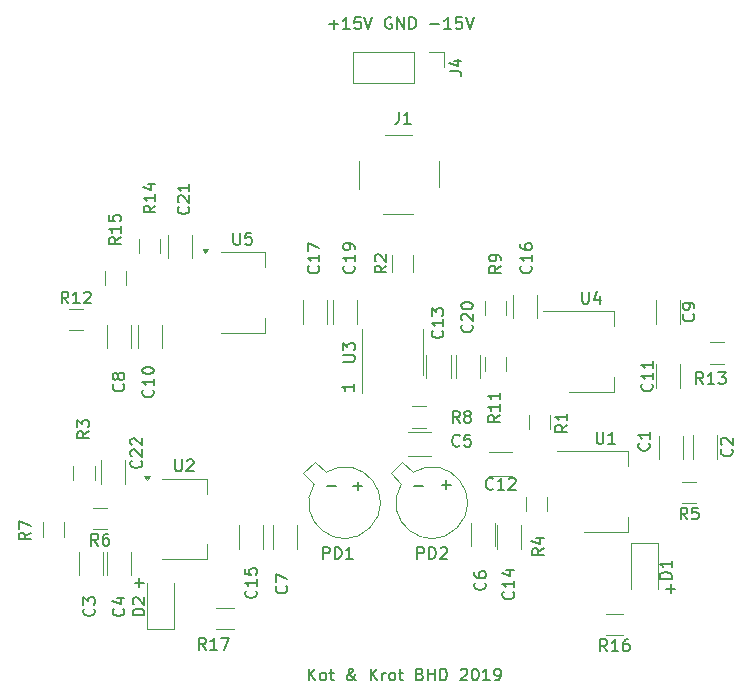
<source format=gto>
G04 #@! TF.GenerationSoftware,KiCad,Pcbnew,8.0.2*
G04 #@! TF.CreationDate,2024-06-23T21:23:39-04:00*
G04 #@! TF.ProjectId,Homodyne,486f6d6f-6479-46e6-952e-6b696361645f,rev?*
G04 #@! TF.SameCoordinates,Original*
G04 #@! TF.FileFunction,Legend,Top*
G04 #@! TF.FilePolarity,Positive*
%FSLAX46Y46*%
G04 Gerber Fmt 4.6, Leading zero omitted, Abs format (unit mm)*
G04 Created by KiCad (PCBNEW 8.0.2) date 2024-06-23 21:23:39*
%MOMM*%
%LPD*%
G01*
G04 APERTURE LIST*
%ADD10C,0.150000*%
%ADD11C,0.120000*%
%ADD12C,0.100000*%
G04 APERTURE END LIST*
D10*
X147136779Y-115288866D02*
X147898684Y-115288866D01*
X154436779Y-115288866D02*
X155198684Y-115288866D01*
X149336779Y-115288866D02*
X150098684Y-115288866D01*
X149717731Y-115669819D02*
X149717731Y-114907914D01*
X145549999Y-131754819D02*
X145549999Y-130754819D01*
X146121427Y-131754819D02*
X145692856Y-131183390D01*
X146121427Y-130754819D02*
X145549999Y-131326247D01*
X146692856Y-131754819D02*
X146597618Y-131707200D01*
X146597618Y-131707200D02*
X146549999Y-131659580D01*
X146549999Y-131659580D02*
X146502380Y-131564342D01*
X146502380Y-131564342D02*
X146502380Y-131278628D01*
X146502380Y-131278628D02*
X146549999Y-131183390D01*
X146549999Y-131183390D02*
X146597618Y-131135771D01*
X146597618Y-131135771D02*
X146692856Y-131088152D01*
X146692856Y-131088152D02*
X146835713Y-131088152D01*
X146835713Y-131088152D02*
X146930951Y-131135771D01*
X146930951Y-131135771D02*
X146978570Y-131183390D01*
X146978570Y-131183390D02*
X147026189Y-131278628D01*
X147026189Y-131278628D02*
X147026189Y-131564342D01*
X147026189Y-131564342D02*
X146978570Y-131659580D01*
X146978570Y-131659580D02*
X146930951Y-131707200D01*
X146930951Y-131707200D02*
X146835713Y-131754819D01*
X146835713Y-131754819D02*
X146692856Y-131754819D01*
X147311904Y-131088152D02*
X147692856Y-131088152D01*
X147454761Y-130754819D02*
X147454761Y-131611961D01*
X147454761Y-131611961D02*
X147502380Y-131707200D01*
X147502380Y-131707200D02*
X147597618Y-131754819D01*
X147597618Y-131754819D02*
X147692856Y-131754819D01*
X149597619Y-131754819D02*
X149550000Y-131754819D01*
X149550000Y-131754819D02*
X149454761Y-131707200D01*
X149454761Y-131707200D02*
X149311904Y-131564342D01*
X149311904Y-131564342D02*
X149073809Y-131278628D01*
X149073809Y-131278628D02*
X148978571Y-131135771D01*
X148978571Y-131135771D02*
X148930952Y-130992914D01*
X148930952Y-130992914D02*
X148930952Y-130897676D01*
X148930952Y-130897676D02*
X148978571Y-130802438D01*
X148978571Y-130802438D02*
X149073809Y-130754819D01*
X149073809Y-130754819D02*
X149121428Y-130754819D01*
X149121428Y-130754819D02*
X149216666Y-130802438D01*
X149216666Y-130802438D02*
X149264285Y-130897676D01*
X149264285Y-130897676D02*
X149264285Y-130945295D01*
X149264285Y-130945295D02*
X149216666Y-131040533D01*
X149216666Y-131040533D02*
X149169047Y-131088152D01*
X149169047Y-131088152D02*
X148883333Y-131278628D01*
X148883333Y-131278628D02*
X148835714Y-131326247D01*
X148835714Y-131326247D02*
X148788095Y-131421485D01*
X148788095Y-131421485D02*
X148788095Y-131564342D01*
X148788095Y-131564342D02*
X148835714Y-131659580D01*
X148835714Y-131659580D02*
X148883333Y-131707200D01*
X148883333Y-131707200D02*
X148978571Y-131754819D01*
X148978571Y-131754819D02*
X149121428Y-131754819D01*
X149121428Y-131754819D02*
X149216666Y-131707200D01*
X149216666Y-131707200D02*
X149264285Y-131659580D01*
X149264285Y-131659580D02*
X149407142Y-131469104D01*
X149407142Y-131469104D02*
X149454761Y-131326247D01*
X149454761Y-131326247D02*
X149454761Y-131231009D01*
X150788095Y-131754819D02*
X150788095Y-130754819D01*
X151359523Y-131754819D02*
X150930952Y-131183390D01*
X151359523Y-130754819D02*
X150788095Y-131326247D01*
X151788095Y-131754819D02*
X151788095Y-131088152D01*
X151788095Y-131278628D02*
X151835714Y-131183390D01*
X151835714Y-131183390D02*
X151883333Y-131135771D01*
X151883333Y-131135771D02*
X151978571Y-131088152D01*
X151978571Y-131088152D02*
X152073809Y-131088152D01*
X152550000Y-131754819D02*
X152454762Y-131707200D01*
X152454762Y-131707200D02*
X152407143Y-131659580D01*
X152407143Y-131659580D02*
X152359524Y-131564342D01*
X152359524Y-131564342D02*
X152359524Y-131278628D01*
X152359524Y-131278628D02*
X152407143Y-131183390D01*
X152407143Y-131183390D02*
X152454762Y-131135771D01*
X152454762Y-131135771D02*
X152550000Y-131088152D01*
X152550000Y-131088152D02*
X152692857Y-131088152D01*
X152692857Y-131088152D02*
X152788095Y-131135771D01*
X152788095Y-131135771D02*
X152835714Y-131183390D01*
X152835714Y-131183390D02*
X152883333Y-131278628D01*
X152883333Y-131278628D02*
X152883333Y-131564342D01*
X152883333Y-131564342D02*
X152835714Y-131659580D01*
X152835714Y-131659580D02*
X152788095Y-131707200D01*
X152788095Y-131707200D02*
X152692857Y-131754819D01*
X152692857Y-131754819D02*
X152550000Y-131754819D01*
X153169048Y-131088152D02*
X153550000Y-131088152D01*
X153311905Y-130754819D02*
X153311905Y-131611961D01*
X153311905Y-131611961D02*
X153359524Y-131707200D01*
X153359524Y-131707200D02*
X153454762Y-131754819D01*
X153454762Y-131754819D02*
X153550000Y-131754819D01*
X154978572Y-131231009D02*
X155121429Y-131278628D01*
X155121429Y-131278628D02*
X155169048Y-131326247D01*
X155169048Y-131326247D02*
X155216667Y-131421485D01*
X155216667Y-131421485D02*
X155216667Y-131564342D01*
X155216667Y-131564342D02*
X155169048Y-131659580D01*
X155169048Y-131659580D02*
X155121429Y-131707200D01*
X155121429Y-131707200D02*
X155026191Y-131754819D01*
X155026191Y-131754819D02*
X154645239Y-131754819D01*
X154645239Y-131754819D02*
X154645239Y-130754819D01*
X154645239Y-130754819D02*
X154978572Y-130754819D01*
X154978572Y-130754819D02*
X155073810Y-130802438D01*
X155073810Y-130802438D02*
X155121429Y-130850057D01*
X155121429Y-130850057D02*
X155169048Y-130945295D01*
X155169048Y-130945295D02*
X155169048Y-131040533D01*
X155169048Y-131040533D02*
X155121429Y-131135771D01*
X155121429Y-131135771D02*
X155073810Y-131183390D01*
X155073810Y-131183390D02*
X154978572Y-131231009D01*
X154978572Y-131231009D02*
X154645239Y-131231009D01*
X155645239Y-131754819D02*
X155645239Y-130754819D01*
X155645239Y-131231009D02*
X156216667Y-131231009D01*
X156216667Y-131754819D02*
X156216667Y-130754819D01*
X156692858Y-131754819D02*
X156692858Y-130754819D01*
X156692858Y-130754819D02*
X156930953Y-130754819D01*
X156930953Y-130754819D02*
X157073810Y-130802438D01*
X157073810Y-130802438D02*
X157169048Y-130897676D01*
X157169048Y-130897676D02*
X157216667Y-130992914D01*
X157216667Y-130992914D02*
X157264286Y-131183390D01*
X157264286Y-131183390D02*
X157264286Y-131326247D01*
X157264286Y-131326247D02*
X157216667Y-131516723D01*
X157216667Y-131516723D02*
X157169048Y-131611961D01*
X157169048Y-131611961D02*
X157073810Y-131707200D01*
X157073810Y-131707200D02*
X156930953Y-131754819D01*
X156930953Y-131754819D02*
X156692858Y-131754819D01*
X158407144Y-130850057D02*
X158454763Y-130802438D01*
X158454763Y-130802438D02*
X158550001Y-130754819D01*
X158550001Y-130754819D02*
X158788096Y-130754819D01*
X158788096Y-130754819D02*
X158883334Y-130802438D01*
X158883334Y-130802438D02*
X158930953Y-130850057D01*
X158930953Y-130850057D02*
X158978572Y-130945295D01*
X158978572Y-130945295D02*
X158978572Y-131040533D01*
X158978572Y-131040533D02*
X158930953Y-131183390D01*
X158930953Y-131183390D02*
X158359525Y-131754819D01*
X158359525Y-131754819D02*
X158978572Y-131754819D01*
X159597620Y-130754819D02*
X159692858Y-130754819D01*
X159692858Y-130754819D02*
X159788096Y-130802438D01*
X159788096Y-130802438D02*
X159835715Y-130850057D01*
X159835715Y-130850057D02*
X159883334Y-130945295D01*
X159883334Y-130945295D02*
X159930953Y-131135771D01*
X159930953Y-131135771D02*
X159930953Y-131373866D01*
X159930953Y-131373866D02*
X159883334Y-131564342D01*
X159883334Y-131564342D02*
X159835715Y-131659580D01*
X159835715Y-131659580D02*
X159788096Y-131707200D01*
X159788096Y-131707200D02*
X159692858Y-131754819D01*
X159692858Y-131754819D02*
X159597620Y-131754819D01*
X159597620Y-131754819D02*
X159502382Y-131707200D01*
X159502382Y-131707200D02*
X159454763Y-131659580D01*
X159454763Y-131659580D02*
X159407144Y-131564342D01*
X159407144Y-131564342D02*
X159359525Y-131373866D01*
X159359525Y-131373866D02*
X159359525Y-131135771D01*
X159359525Y-131135771D02*
X159407144Y-130945295D01*
X159407144Y-130945295D02*
X159454763Y-130850057D01*
X159454763Y-130850057D02*
X159502382Y-130802438D01*
X159502382Y-130802438D02*
X159597620Y-130754819D01*
X160883334Y-131754819D02*
X160311906Y-131754819D01*
X160597620Y-131754819D02*
X160597620Y-130754819D01*
X160597620Y-130754819D02*
X160502382Y-130897676D01*
X160502382Y-130897676D02*
X160407144Y-130992914D01*
X160407144Y-130992914D02*
X160311906Y-131040533D01*
X161359525Y-131754819D02*
X161550001Y-131754819D01*
X161550001Y-131754819D02*
X161645239Y-131707200D01*
X161645239Y-131707200D02*
X161692858Y-131659580D01*
X161692858Y-131659580D02*
X161788096Y-131516723D01*
X161788096Y-131516723D02*
X161835715Y-131326247D01*
X161835715Y-131326247D02*
X161835715Y-130945295D01*
X161835715Y-130945295D02*
X161788096Y-130850057D01*
X161788096Y-130850057D02*
X161740477Y-130802438D01*
X161740477Y-130802438D02*
X161645239Y-130754819D01*
X161645239Y-130754819D02*
X161454763Y-130754819D01*
X161454763Y-130754819D02*
X161359525Y-130802438D01*
X161359525Y-130802438D02*
X161311906Y-130850057D01*
X161311906Y-130850057D02*
X161264287Y-130945295D01*
X161264287Y-130945295D02*
X161264287Y-131183390D01*
X161264287Y-131183390D02*
X161311906Y-131278628D01*
X161311906Y-131278628D02*
X161359525Y-131326247D01*
X161359525Y-131326247D02*
X161454763Y-131373866D01*
X161454763Y-131373866D02*
X161645239Y-131373866D01*
X161645239Y-131373866D02*
X161740477Y-131326247D01*
X161740477Y-131326247D02*
X161788096Y-131278628D01*
X161788096Y-131278628D02*
X161835715Y-131183390D01*
X147272381Y-76213866D02*
X148034286Y-76213866D01*
X147653333Y-76594819D02*
X147653333Y-75832914D01*
X149034285Y-76594819D02*
X148462857Y-76594819D01*
X148748571Y-76594819D02*
X148748571Y-75594819D01*
X148748571Y-75594819D02*
X148653333Y-75737676D01*
X148653333Y-75737676D02*
X148558095Y-75832914D01*
X148558095Y-75832914D02*
X148462857Y-75880533D01*
X149939047Y-75594819D02*
X149462857Y-75594819D01*
X149462857Y-75594819D02*
X149415238Y-76071009D01*
X149415238Y-76071009D02*
X149462857Y-76023390D01*
X149462857Y-76023390D02*
X149558095Y-75975771D01*
X149558095Y-75975771D02*
X149796190Y-75975771D01*
X149796190Y-75975771D02*
X149891428Y-76023390D01*
X149891428Y-76023390D02*
X149939047Y-76071009D01*
X149939047Y-76071009D02*
X149986666Y-76166247D01*
X149986666Y-76166247D02*
X149986666Y-76404342D01*
X149986666Y-76404342D02*
X149939047Y-76499580D01*
X149939047Y-76499580D02*
X149891428Y-76547200D01*
X149891428Y-76547200D02*
X149796190Y-76594819D01*
X149796190Y-76594819D02*
X149558095Y-76594819D01*
X149558095Y-76594819D02*
X149462857Y-76547200D01*
X149462857Y-76547200D02*
X149415238Y-76499580D01*
X150272381Y-75594819D02*
X150605714Y-76594819D01*
X150605714Y-76594819D02*
X150939047Y-75594819D01*
X152558095Y-75642438D02*
X152462857Y-75594819D01*
X152462857Y-75594819D02*
X152320000Y-75594819D01*
X152320000Y-75594819D02*
X152177143Y-75642438D01*
X152177143Y-75642438D02*
X152081905Y-75737676D01*
X152081905Y-75737676D02*
X152034286Y-75832914D01*
X152034286Y-75832914D02*
X151986667Y-76023390D01*
X151986667Y-76023390D02*
X151986667Y-76166247D01*
X151986667Y-76166247D02*
X152034286Y-76356723D01*
X152034286Y-76356723D02*
X152081905Y-76451961D01*
X152081905Y-76451961D02*
X152177143Y-76547200D01*
X152177143Y-76547200D02*
X152320000Y-76594819D01*
X152320000Y-76594819D02*
X152415238Y-76594819D01*
X152415238Y-76594819D02*
X152558095Y-76547200D01*
X152558095Y-76547200D02*
X152605714Y-76499580D01*
X152605714Y-76499580D02*
X152605714Y-76166247D01*
X152605714Y-76166247D02*
X152415238Y-76166247D01*
X153034286Y-76594819D02*
X153034286Y-75594819D01*
X153034286Y-75594819D02*
X153605714Y-76594819D01*
X153605714Y-76594819D02*
X153605714Y-75594819D01*
X154081905Y-76594819D02*
X154081905Y-75594819D01*
X154081905Y-75594819D02*
X154320000Y-75594819D01*
X154320000Y-75594819D02*
X154462857Y-75642438D01*
X154462857Y-75642438D02*
X154558095Y-75737676D01*
X154558095Y-75737676D02*
X154605714Y-75832914D01*
X154605714Y-75832914D02*
X154653333Y-76023390D01*
X154653333Y-76023390D02*
X154653333Y-76166247D01*
X154653333Y-76166247D02*
X154605714Y-76356723D01*
X154605714Y-76356723D02*
X154558095Y-76451961D01*
X154558095Y-76451961D02*
X154462857Y-76547200D01*
X154462857Y-76547200D02*
X154320000Y-76594819D01*
X154320000Y-76594819D02*
X154081905Y-76594819D01*
X155843810Y-76213866D02*
X156605715Y-76213866D01*
X157605714Y-76594819D02*
X157034286Y-76594819D01*
X157320000Y-76594819D02*
X157320000Y-75594819D01*
X157320000Y-75594819D02*
X157224762Y-75737676D01*
X157224762Y-75737676D02*
X157129524Y-75832914D01*
X157129524Y-75832914D02*
X157034286Y-75880533D01*
X158510476Y-75594819D02*
X158034286Y-75594819D01*
X158034286Y-75594819D02*
X157986667Y-76071009D01*
X157986667Y-76071009D02*
X158034286Y-76023390D01*
X158034286Y-76023390D02*
X158129524Y-75975771D01*
X158129524Y-75975771D02*
X158367619Y-75975771D01*
X158367619Y-75975771D02*
X158462857Y-76023390D01*
X158462857Y-76023390D02*
X158510476Y-76071009D01*
X158510476Y-76071009D02*
X158558095Y-76166247D01*
X158558095Y-76166247D02*
X158558095Y-76404342D01*
X158558095Y-76404342D02*
X158510476Y-76499580D01*
X158510476Y-76499580D02*
X158462857Y-76547200D01*
X158462857Y-76547200D02*
X158367619Y-76594819D01*
X158367619Y-76594819D02*
X158129524Y-76594819D01*
X158129524Y-76594819D02*
X158034286Y-76547200D01*
X158034286Y-76547200D02*
X157986667Y-76499580D01*
X158843810Y-75594819D02*
X159177143Y-76594819D01*
X159177143Y-76594819D02*
X159510476Y-75594819D01*
X149369819Y-106639411D02*
X149369819Y-107210839D01*
X149369819Y-106925125D02*
X148369819Y-106925125D01*
X148369819Y-106925125D02*
X148512676Y-107020363D01*
X148512676Y-107020363D02*
X148607914Y-107115601D01*
X148607914Y-107115601D02*
X148655533Y-107210839D01*
X156836779Y-115188866D02*
X157598684Y-115188866D01*
X157217731Y-115569819D02*
X157217731Y-114807914D01*
X175836779Y-123988866D02*
X176598684Y-123988866D01*
X176217731Y-124369819D02*
X176217731Y-123607914D01*
X130836779Y-123488866D02*
X131598684Y-123488866D01*
X131217731Y-123869819D02*
X131217731Y-123107914D01*
X139178095Y-93854819D02*
X139178095Y-94664342D01*
X139178095Y-94664342D02*
X139225714Y-94759580D01*
X139225714Y-94759580D02*
X139273333Y-94807200D01*
X139273333Y-94807200D02*
X139368571Y-94854819D01*
X139368571Y-94854819D02*
X139559047Y-94854819D01*
X139559047Y-94854819D02*
X139654285Y-94807200D01*
X139654285Y-94807200D02*
X139701904Y-94759580D01*
X139701904Y-94759580D02*
X139749523Y-94664342D01*
X139749523Y-94664342D02*
X139749523Y-93854819D01*
X140701904Y-93854819D02*
X140225714Y-93854819D01*
X140225714Y-93854819D02*
X140178095Y-94331009D01*
X140178095Y-94331009D02*
X140225714Y-94283390D01*
X140225714Y-94283390D02*
X140320952Y-94235771D01*
X140320952Y-94235771D02*
X140559047Y-94235771D01*
X140559047Y-94235771D02*
X140654285Y-94283390D01*
X140654285Y-94283390D02*
X140701904Y-94331009D01*
X140701904Y-94331009D02*
X140749523Y-94426247D01*
X140749523Y-94426247D02*
X140749523Y-94664342D01*
X140749523Y-94664342D02*
X140701904Y-94759580D01*
X140701904Y-94759580D02*
X140654285Y-94807200D01*
X140654285Y-94807200D02*
X140559047Y-94854819D01*
X140559047Y-94854819D02*
X140320952Y-94854819D01*
X140320952Y-94854819D02*
X140225714Y-94807200D01*
X140225714Y-94807200D02*
X140178095Y-94759580D01*
X178957142Y-106654819D02*
X178623809Y-106178628D01*
X178385714Y-106654819D02*
X178385714Y-105654819D01*
X178385714Y-105654819D02*
X178766666Y-105654819D01*
X178766666Y-105654819D02*
X178861904Y-105702438D01*
X178861904Y-105702438D02*
X178909523Y-105750057D01*
X178909523Y-105750057D02*
X178957142Y-105845295D01*
X178957142Y-105845295D02*
X178957142Y-105988152D01*
X178957142Y-105988152D02*
X178909523Y-106083390D01*
X178909523Y-106083390D02*
X178861904Y-106131009D01*
X178861904Y-106131009D02*
X178766666Y-106178628D01*
X178766666Y-106178628D02*
X178385714Y-106178628D01*
X179909523Y-106654819D02*
X179338095Y-106654819D01*
X179623809Y-106654819D02*
X179623809Y-105654819D01*
X179623809Y-105654819D02*
X179528571Y-105797676D01*
X179528571Y-105797676D02*
X179433333Y-105892914D01*
X179433333Y-105892914D02*
X179338095Y-105940533D01*
X180242857Y-105654819D02*
X180861904Y-105654819D01*
X180861904Y-105654819D02*
X180528571Y-106035771D01*
X180528571Y-106035771D02*
X180671428Y-106035771D01*
X180671428Y-106035771D02*
X180766666Y-106083390D01*
X180766666Y-106083390D02*
X180814285Y-106131009D01*
X180814285Y-106131009D02*
X180861904Y-106226247D01*
X180861904Y-106226247D02*
X180861904Y-106464342D01*
X180861904Y-106464342D02*
X180814285Y-106559580D01*
X180814285Y-106559580D02*
X180766666Y-106607200D01*
X180766666Y-106607200D02*
X180671428Y-106654819D01*
X180671428Y-106654819D02*
X180385714Y-106654819D01*
X180385714Y-106654819D02*
X180290476Y-106607200D01*
X180290476Y-106607200D02*
X180242857Y-106559580D01*
X153201666Y-83614819D02*
X153201666Y-84329104D01*
X153201666Y-84329104D02*
X153154047Y-84471961D01*
X153154047Y-84471961D02*
X153058809Y-84567200D01*
X153058809Y-84567200D02*
X152915952Y-84614819D01*
X152915952Y-84614819D02*
X152820714Y-84614819D01*
X154201666Y-84614819D02*
X153630238Y-84614819D01*
X153915952Y-84614819D02*
X153915952Y-83614819D01*
X153915952Y-83614819D02*
X153820714Y-83757676D01*
X153820714Y-83757676D02*
X153725476Y-83852914D01*
X153725476Y-83852914D02*
X153630238Y-83900533D01*
X125207142Y-99824819D02*
X124873809Y-99348628D01*
X124635714Y-99824819D02*
X124635714Y-98824819D01*
X124635714Y-98824819D02*
X125016666Y-98824819D01*
X125016666Y-98824819D02*
X125111904Y-98872438D01*
X125111904Y-98872438D02*
X125159523Y-98920057D01*
X125159523Y-98920057D02*
X125207142Y-99015295D01*
X125207142Y-99015295D02*
X125207142Y-99158152D01*
X125207142Y-99158152D02*
X125159523Y-99253390D01*
X125159523Y-99253390D02*
X125111904Y-99301009D01*
X125111904Y-99301009D02*
X125016666Y-99348628D01*
X125016666Y-99348628D02*
X124635714Y-99348628D01*
X126159523Y-99824819D02*
X125588095Y-99824819D01*
X125873809Y-99824819D02*
X125873809Y-98824819D01*
X125873809Y-98824819D02*
X125778571Y-98967676D01*
X125778571Y-98967676D02*
X125683333Y-99062914D01*
X125683333Y-99062914D02*
X125588095Y-99110533D01*
X126540476Y-98920057D02*
X126588095Y-98872438D01*
X126588095Y-98872438D02*
X126683333Y-98824819D01*
X126683333Y-98824819D02*
X126921428Y-98824819D01*
X126921428Y-98824819D02*
X127016666Y-98872438D01*
X127016666Y-98872438D02*
X127064285Y-98920057D01*
X127064285Y-98920057D02*
X127111904Y-99015295D01*
X127111904Y-99015295D02*
X127111904Y-99110533D01*
X127111904Y-99110533D02*
X127064285Y-99253390D01*
X127064285Y-99253390D02*
X126492857Y-99824819D01*
X126492857Y-99824819D02*
X127111904Y-99824819D01*
X168698095Y-98844819D02*
X168698095Y-99654342D01*
X168698095Y-99654342D02*
X168745714Y-99749580D01*
X168745714Y-99749580D02*
X168793333Y-99797200D01*
X168793333Y-99797200D02*
X168888571Y-99844819D01*
X168888571Y-99844819D02*
X169079047Y-99844819D01*
X169079047Y-99844819D02*
X169174285Y-99797200D01*
X169174285Y-99797200D02*
X169221904Y-99749580D01*
X169221904Y-99749580D02*
X169269523Y-99654342D01*
X169269523Y-99654342D02*
X169269523Y-98844819D01*
X170174285Y-99178152D02*
X170174285Y-99844819D01*
X169936190Y-98797200D02*
X169698095Y-99511485D01*
X169698095Y-99511485D02*
X170317142Y-99511485D01*
X157484819Y-80183333D02*
X158199104Y-80183333D01*
X158199104Y-80183333D02*
X158341961Y-80230952D01*
X158341961Y-80230952D02*
X158437200Y-80326190D01*
X158437200Y-80326190D02*
X158484819Y-80469047D01*
X158484819Y-80469047D02*
X158484819Y-80564285D01*
X157818152Y-79278571D02*
X158484819Y-79278571D01*
X157437200Y-79516666D02*
X158151485Y-79754761D01*
X158151485Y-79754761D02*
X158151485Y-79135714D01*
X161724819Y-109282857D02*
X161248628Y-109616190D01*
X161724819Y-109854285D02*
X160724819Y-109854285D01*
X160724819Y-109854285D02*
X160724819Y-109473333D01*
X160724819Y-109473333D02*
X160772438Y-109378095D01*
X160772438Y-109378095D02*
X160820057Y-109330476D01*
X160820057Y-109330476D02*
X160915295Y-109282857D01*
X160915295Y-109282857D02*
X161058152Y-109282857D01*
X161058152Y-109282857D02*
X161153390Y-109330476D01*
X161153390Y-109330476D02*
X161201009Y-109378095D01*
X161201009Y-109378095D02*
X161248628Y-109473333D01*
X161248628Y-109473333D02*
X161248628Y-109854285D01*
X161724819Y-108330476D02*
X161724819Y-108901904D01*
X161724819Y-108616190D02*
X160724819Y-108616190D01*
X160724819Y-108616190D02*
X160867676Y-108711428D01*
X160867676Y-108711428D02*
X160962914Y-108806666D01*
X160962914Y-108806666D02*
X161010533Y-108901904D01*
X161724819Y-107378095D02*
X161724819Y-107949523D01*
X161724819Y-107663809D02*
X160724819Y-107663809D01*
X160724819Y-107663809D02*
X160867676Y-107759047D01*
X160867676Y-107759047D02*
X160962914Y-107854285D01*
X160962914Y-107854285D02*
X161010533Y-107949523D01*
X129634819Y-94212857D02*
X129158628Y-94546190D01*
X129634819Y-94784285D02*
X128634819Y-94784285D01*
X128634819Y-94784285D02*
X128634819Y-94403333D01*
X128634819Y-94403333D02*
X128682438Y-94308095D01*
X128682438Y-94308095D02*
X128730057Y-94260476D01*
X128730057Y-94260476D02*
X128825295Y-94212857D01*
X128825295Y-94212857D02*
X128968152Y-94212857D01*
X128968152Y-94212857D02*
X129063390Y-94260476D01*
X129063390Y-94260476D02*
X129111009Y-94308095D01*
X129111009Y-94308095D02*
X129158628Y-94403333D01*
X129158628Y-94403333D02*
X129158628Y-94784285D01*
X129634819Y-93260476D02*
X129634819Y-93831904D01*
X129634819Y-93546190D02*
X128634819Y-93546190D01*
X128634819Y-93546190D02*
X128777676Y-93641428D01*
X128777676Y-93641428D02*
X128872914Y-93736666D01*
X128872914Y-93736666D02*
X128920533Y-93831904D01*
X128634819Y-92355714D02*
X128634819Y-92831904D01*
X128634819Y-92831904D02*
X129111009Y-92879523D01*
X129111009Y-92879523D02*
X129063390Y-92831904D01*
X129063390Y-92831904D02*
X129015771Y-92736666D01*
X129015771Y-92736666D02*
X129015771Y-92498571D01*
X129015771Y-92498571D02*
X129063390Y-92403333D01*
X129063390Y-92403333D02*
X129111009Y-92355714D01*
X129111009Y-92355714D02*
X129206247Y-92308095D01*
X129206247Y-92308095D02*
X129444342Y-92308095D01*
X129444342Y-92308095D02*
X129539580Y-92355714D01*
X129539580Y-92355714D02*
X129587200Y-92403333D01*
X129587200Y-92403333D02*
X129634819Y-92498571D01*
X129634819Y-92498571D02*
X129634819Y-92736666D01*
X129634819Y-92736666D02*
X129587200Y-92831904D01*
X129587200Y-92831904D02*
X129539580Y-92879523D01*
X161824819Y-96646666D02*
X161348628Y-96979999D01*
X161824819Y-97218094D02*
X160824819Y-97218094D01*
X160824819Y-97218094D02*
X160824819Y-96837142D01*
X160824819Y-96837142D02*
X160872438Y-96741904D01*
X160872438Y-96741904D02*
X160920057Y-96694285D01*
X160920057Y-96694285D02*
X161015295Y-96646666D01*
X161015295Y-96646666D02*
X161158152Y-96646666D01*
X161158152Y-96646666D02*
X161253390Y-96694285D01*
X161253390Y-96694285D02*
X161301009Y-96741904D01*
X161301009Y-96741904D02*
X161348628Y-96837142D01*
X161348628Y-96837142D02*
X161348628Y-97218094D01*
X161824819Y-96170475D02*
X161824819Y-95979999D01*
X161824819Y-95979999D02*
X161777200Y-95884761D01*
X161777200Y-95884761D02*
X161729580Y-95837142D01*
X161729580Y-95837142D02*
X161586723Y-95741904D01*
X161586723Y-95741904D02*
X161396247Y-95694285D01*
X161396247Y-95694285D02*
X161015295Y-95694285D01*
X161015295Y-95694285D02*
X160920057Y-95741904D01*
X160920057Y-95741904D02*
X160872438Y-95789523D01*
X160872438Y-95789523D02*
X160824819Y-95884761D01*
X160824819Y-95884761D02*
X160824819Y-96075237D01*
X160824819Y-96075237D02*
X160872438Y-96170475D01*
X160872438Y-96170475D02*
X160920057Y-96218094D01*
X160920057Y-96218094D02*
X161015295Y-96265713D01*
X161015295Y-96265713D02*
X161253390Y-96265713D01*
X161253390Y-96265713D02*
X161348628Y-96218094D01*
X161348628Y-96218094D02*
X161396247Y-96170475D01*
X161396247Y-96170475D02*
X161443866Y-96075237D01*
X161443866Y-96075237D02*
X161443866Y-95884761D01*
X161443866Y-95884761D02*
X161396247Y-95789523D01*
X161396247Y-95789523D02*
X161348628Y-95741904D01*
X161348628Y-95741904D02*
X161253390Y-95694285D01*
X148454819Y-104761904D02*
X149264342Y-104761904D01*
X149264342Y-104761904D02*
X149359580Y-104714285D01*
X149359580Y-104714285D02*
X149407200Y-104666666D01*
X149407200Y-104666666D02*
X149454819Y-104571428D01*
X149454819Y-104571428D02*
X149454819Y-104380952D01*
X149454819Y-104380952D02*
X149407200Y-104285714D01*
X149407200Y-104285714D02*
X149359580Y-104238095D01*
X149359580Y-104238095D02*
X149264342Y-104190476D01*
X149264342Y-104190476D02*
X148454819Y-104190476D01*
X148454819Y-103809523D02*
X148454819Y-103190476D01*
X148454819Y-103190476D02*
X148835771Y-103523809D01*
X148835771Y-103523809D02*
X148835771Y-103380952D01*
X148835771Y-103380952D02*
X148883390Y-103285714D01*
X148883390Y-103285714D02*
X148931009Y-103238095D01*
X148931009Y-103238095D02*
X149026247Y-103190476D01*
X149026247Y-103190476D02*
X149264342Y-103190476D01*
X149264342Y-103190476D02*
X149359580Y-103238095D01*
X149359580Y-103238095D02*
X149407200Y-103285714D01*
X149407200Y-103285714D02*
X149454819Y-103380952D01*
X149454819Y-103380952D02*
X149454819Y-103666666D01*
X149454819Y-103666666D02*
X149407200Y-103761904D01*
X149407200Y-103761904D02*
X149359580Y-103809523D01*
X158333333Y-109954819D02*
X158000000Y-109478628D01*
X157761905Y-109954819D02*
X157761905Y-108954819D01*
X157761905Y-108954819D02*
X158142857Y-108954819D01*
X158142857Y-108954819D02*
X158238095Y-109002438D01*
X158238095Y-109002438D02*
X158285714Y-109050057D01*
X158285714Y-109050057D02*
X158333333Y-109145295D01*
X158333333Y-109145295D02*
X158333333Y-109288152D01*
X158333333Y-109288152D02*
X158285714Y-109383390D01*
X158285714Y-109383390D02*
X158238095Y-109431009D01*
X158238095Y-109431009D02*
X158142857Y-109478628D01*
X158142857Y-109478628D02*
X157761905Y-109478628D01*
X158904762Y-109383390D02*
X158809524Y-109335771D01*
X158809524Y-109335771D02*
X158761905Y-109288152D01*
X158761905Y-109288152D02*
X158714286Y-109192914D01*
X158714286Y-109192914D02*
X158714286Y-109145295D01*
X158714286Y-109145295D02*
X158761905Y-109050057D01*
X158761905Y-109050057D02*
X158809524Y-109002438D01*
X158809524Y-109002438D02*
X158904762Y-108954819D01*
X158904762Y-108954819D02*
X159095238Y-108954819D01*
X159095238Y-108954819D02*
X159190476Y-109002438D01*
X159190476Y-109002438D02*
X159238095Y-109050057D01*
X159238095Y-109050057D02*
X159285714Y-109145295D01*
X159285714Y-109145295D02*
X159285714Y-109192914D01*
X159285714Y-109192914D02*
X159238095Y-109288152D01*
X159238095Y-109288152D02*
X159190476Y-109335771D01*
X159190476Y-109335771D02*
X159095238Y-109383390D01*
X159095238Y-109383390D02*
X158904762Y-109383390D01*
X158904762Y-109383390D02*
X158809524Y-109431009D01*
X158809524Y-109431009D02*
X158761905Y-109478628D01*
X158761905Y-109478628D02*
X158714286Y-109573866D01*
X158714286Y-109573866D02*
X158714286Y-109764342D01*
X158714286Y-109764342D02*
X158761905Y-109859580D01*
X158761905Y-109859580D02*
X158809524Y-109907200D01*
X158809524Y-109907200D02*
X158904762Y-109954819D01*
X158904762Y-109954819D02*
X159095238Y-109954819D01*
X159095238Y-109954819D02*
X159190476Y-109907200D01*
X159190476Y-109907200D02*
X159238095Y-109859580D01*
X159238095Y-109859580D02*
X159285714Y-109764342D01*
X159285714Y-109764342D02*
X159285714Y-109573866D01*
X159285714Y-109573866D02*
X159238095Y-109478628D01*
X159238095Y-109478628D02*
X159190476Y-109431009D01*
X159190476Y-109431009D02*
X159095238Y-109383390D01*
X167444819Y-110116666D02*
X166968628Y-110449999D01*
X167444819Y-110688094D02*
X166444819Y-110688094D01*
X166444819Y-110688094D02*
X166444819Y-110307142D01*
X166444819Y-110307142D02*
X166492438Y-110211904D01*
X166492438Y-110211904D02*
X166540057Y-110164285D01*
X166540057Y-110164285D02*
X166635295Y-110116666D01*
X166635295Y-110116666D02*
X166778152Y-110116666D01*
X166778152Y-110116666D02*
X166873390Y-110164285D01*
X166873390Y-110164285D02*
X166921009Y-110211904D01*
X166921009Y-110211904D02*
X166968628Y-110307142D01*
X166968628Y-110307142D02*
X166968628Y-110688094D01*
X167444819Y-109164285D02*
X167444819Y-109735713D01*
X167444819Y-109449999D02*
X166444819Y-109449999D01*
X166444819Y-109449999D02*
X166587676Y-109545237D01*
X166587676Y-109545237D02*
X166682914Y-109640475D01*
X166682914Y-109640475D02*
X166730533Y-109735713D01*
X177613333Y-118114819D02*
X177280000Y-117638628D01*
X177041905Y-118114819D02*
X177041905Y-117114819D01*
X177041905Y-117114819D02*
X177422857Y-117114819D01*
X177422857Y-117114819D02*
X177518095Y-117162438D01*
X177518095Y-117162438D02*
X177565714Y-117210057D01*
X177565714Y-117210057D02*
X177613333Y-117305295D01*
X177613333Y-117305295D02*
X177613333Y-117448152D01*
X177613333Y-117448152D02*
X177565714Y-117543390D01*
X177565714Y-117543390D02*
X177518095Y-117591009D01*
X177518095Y-117591009D02*
X177422857Y-117638628D01*
X177422857Y-117638628D02*
X177041905Y-117638628D01*
X178518095Y-117114819D02*
X178041905Y-117114819D01*
X178041905Y-117114819D02*
X177994286Y-117591009D01*
X177994286Y-117591009D02*
X178041905Y-117543390D01*
X178041905Y-117543390D02*
X178137143Y-117495771D01*
X178137143Y-117495771D02*
X178375238Y-117495771D01*
X178375238Y-117495771D02*
X178470476Y-117543390D01*
X178470476Y-117543390D02*
X178518095Y-117591009D01*
X178518095Y-117591009D02*
X178565714Y-117686247D01*
X178565714Y-117686247D02*
X178565714Y-117924342D01*
X178565714Y-117924342D02*
X178518095Y-118019580D01*
X178518095Y-118019580D02*
X178470476Y-118067200D01*
X178470476Y-118067200D02*
X178375238Y-118114819D01*
X178375238Y-118114819D02*
X178137143Y-118114819D01*
X178137143Y-118114819D02*
X178041905Y-118067200D01*
X178041905Y-118067200D02*
X177994286Y-118019580D01*
X165454819Y-120566666D02*
X164978628Y-120899999D01*
X165454819Y-121138094D02*
X164454819Y-121138094D01*
X164454819Y-121138094D02*
X164454819Y-120757142D01*
X164454819Y-120757142D02*
X164502438Y-120661904D01*
X164502438Y-120661904D02*
X164550057Y-120614285D01*
X164550057Y-120614285D02*
X164645295Y-120566666D01*
X164645295Y-120566666D02*
X164788152Y-120566666D01*
X164788152Y-120566666D02*
X164883390Y-120614285D01*
X164883390Y-120614285D02*
X164931009Y-120661904D01*
X164931009Y-120661904D02*
X164978628Y-120757142D01*
X164978628Y-120757142D02*
X164978628Y-121138094D01*
X164788152Y-119709523D02*
X165454819Y-119709523D01*
X164407200Y-119947618D02*
X165121485Y-120185713D01*
X165121485Y-120185713D02*
X165121485Y-119566666D01*
X134248095Y-113034819D02*
X134248095Y-113844342D01*
X134248095Y-113844342D02*
X134295714Y-113939580D01*
X134295714Y-113939580D02*
X134343333Y-113987200D01*
X134343333Y-113987200D02*
X134438571Y-114034819D01*
X134438571Y-114034819D02*
X134629047Y-114034819D01*
X134629047Y-114034819D02*
X134724285Y-113987200D01*
X134724285Y-113987200D02*
X134771904Y-113939580D01*
X134771904Y-113939580D02*
X134819523Y-113844342D01*
X134819523Y-113844342D02*
X134819523Y-113034819D01*
X135248095Y-113130057D02*
X135295714Y-113082438D01*
X135295714Y-113082438D02*
X135390952Y-113034819D01*
X135390952Y-113034819D02*
X135629047Y-113034819D01*
X135629047Y-113034819D02*
X135724285Y-113082438D01*
X135724285Y-113082438D02*
X135771904Y-113130057D01*
X135771904Y-113130057D02*
X135819523Y-113225295D01*
X135819523Y-113225295D02*
X135819523Y-113320533D01*
X135819523Y-113320533D02*
X135771904Y-113463390D01*
X135771904Y-113463390D02*
X135200476Y-114034819D01*
X135200476Y-114034819D02*
X135819523Y-114034819D01*
X127719333Y-120334019D02*
X127386000Y-119857828D01*
X127147905Y-120334019D02*
X127147905Y-119334019D01*
X127147905Y-119334019D02*
X127528857Y-119334019D01*
X127528857Y-119334019D02*
X127624095Y-119381638D01*
X127624095Y-119381638D02*
X127671714Y-119429257D01*
X127671714Y-119429257D02*
X127719333Y-119524495D01*
X127719333Y-119524495D02*
X127719333Y-119667352D01*
X127719333Y-119667352D02*
X127671714Y-119762590D01*
X127671714Y-119762590D02*
X127624095Y-119810209D01*
X127624095Y-119810209D02*
X127528857Y-119857828D01*
X127528857Y-119857828D02*
X127147905Y-119857828D01*
X128576476Y-119334019D02*
X128386000Y-119334019D01*
X128386000Y-119334019D02*
X128290762Y-119381638D01*
X128290762Y-119381638D02*
X128243143Y-119429257D01*
X128243143Y-119429257D02*
X128147905Y-119572114D01*
X128147905Y-119572114D02*
X128100286Y-119762590D01*
X128100286Y-119762590D02*
X128100286Y-120143542D01*
X128100286Y-120143542D02*
X128147905Y-120238780D01*
X128147905Y-120238780D02*
X128195524Y-120286400D01*
X128195524Y-120286400D02*
X128290762Y-120334019D01*
X128290762Y-120334019D02*
X128481238Y-120334019D01*
X128481238Y-120334019D02*
X128576476Y-120286400D01*
X128576476Y-120286400D02*
X128624095Y-120238780D01*
X128624095Y-120238780D02*
X128671714Y-120143542D01*
X128671714Y-120143542D02*
X128671714Y-119905447D01*
X128671714Y-119905447D02*
X128624095Y-119810209D01*
X128624095Y-119810209D02*
X128576476Y-119762590D01*
X128576476Y-119762590D02*
X128481238Y-119714971D01*
X128481238Y-119714971D02*
X128290762Y-119714971D01*
X128290762Y-119714971D02*
X128195524Y-119762590D01*
X128195524Y-119762590D02*
X128147905Y-119810209D01*
X128147905Y-119810209D02*
X128100286Y-119905447D01*
X169928095Y-110714819D02*
X169928095Y-111524342D01*
X169928095Y-111524342D02*
X169975714Y-111619580D01*
X169975714Y-111619580D02*
X170023333Y-111667200D01*
X170023333Y-111667200D02*
X170118571Y-111714819D01*
X170118571Y-111714819D02*
X170309047Y-111714819D01*
X170309047Y-111714819D02*
X170404285Y-111667200D01*
X170404285Y-111667200D02*
X170451904Y-111619580D01*
X170451904Y-111619580D02*
X170499523Y-111524342D01*
X170499523Y-111524342D02*
X170499523Y-110714819D01*
X171499523Y-111714819D02*
X170928095Y-111714819D01*
X171213809Y-111714819D02*
X171213809Y-110714819D01*
X171213809Y-110714819D02*
X171118571Y-110857676D01*
X171118571Y-110857676D02*
X171023333Y-110952914D01*
X171023333Y-110952914D02*
X170928095Y-111000533D01*
X126954819Y-110666666D02*
X126478628Y-110999999D01*
X126954819Y-111238094D02*
X125954819Y-111238094D01*
X125954819Y-111238094D02*
X125954819Y-110857142D01*
X125954819Y-110857142D02*
X126002438Y-110761904D01*
X126002438Y-110761904D02*
X126050057Y-110714285D01*
X126050057Y-110714285D02*
X126145295Y-110666666D01*
X126145295Y-110666666D02*
X126288152Y-110666666D01*
X126288152Y-110666666D02*
X126383390Y-110714285D01*
X126383390Y-110714285D02*
X126431009Y-110761904D01*
X126431009Y-110761904D02*
X126478628Y-110857142D01*
X126478628Y-110857142D02*
X126478628Y-111238094D01*
X125954819Y-110333332D02*
X125954819Y-109714285D01*
X125954819Y-109714285D02*
X126335771Y-110047618D01*
X126335771Y-110047618D02*
X126335771Y-109904761D01*
X126335771Y-109904761D02*
X126383390Y-109809523D01*
X126383390Y-109809523D02*
X126431009Y-109761904D01*
X126431009Y-109761904D02*
X126526247Y-109714285D01*
X126526247Y-109714285D02*
X126764342Y-109714285D01*
X126764342Y-109714285D02*
X126859580Y-109761904D01*
X126859580Y-109761904D02*
X126907200Y-109809523D01*
X126907200Y-109809523D02*
X126954819Y-109904761D01*
X126954819Y-109904761D02*
X126954819Y-110190475D01*
X126954819Y-110190475D02*
X126907200Y-110285713D01*
X126907200Y-110285713D02*
X126859580Y-110333332D01*
X122006819Y-119230266D02*
X121530628Y-119563599D01*
X122006819Y-119801694D02*
X121006819Y-119801694D01*
X121006819Y-119801694D02*
X121006819Y-119420742D01*
X121006819Y-119420742D02*
X121054438Y-119325504D01*
X121054438Y-119325504D02*
X121102057Y-119277885D01*
X121102057Y-119277885D02*
X121197295Y-119230266D01*
X121197295Y-119230266D02*
X121340152Y-119230266D01*
X121340152Y-119230266D02*
X121435390Y-119277885D01*
X121435390Y-119277885D02*
X121483009Y-119325504D01*
X121483009Y-119325504D02*
X121530628Y-119420742D01*
X121530628Y-119420742D02*
X121530628Y-119801694D01*
X121006819Y-118896932D02*
X121006819Y-118230266D01*
X121006819Y-118230266D02*
X122006819Y-118658837D01*
X146761905Y-121454819D02*
X146761905Y-120454819D01*
X146761905Y-120454819D02*
X147142857Y-120454819D01*
X147142857Y-120454819D02*
X147238095Y-120502438D01*
X147238095Y-120502438D02*
X147285714Y-120550057D01*
X147285714Y-120550057D02*
X147333333Y-120645295D01*
X147333333Y-120645295D02*
X147333333Y-120788152D01*
X147333333Y-120788152D02*
X147285714Y-120883390D01*
X147285714Y-120883390D02*
X147238095Y-120931009D01*
X147238095Y-120931009D02*
X147142857Y-120978628D01*
X147142857Y-120978628D02*
X146761905Y-120978628D01*
X147761905Y-121454819D02*
X147761905Y-120454819D01*
X147761905Y-120454819D02*
X148000000Y-120454819D01*
X148000000Y-120454819D02*
X148142857Y-120502438D01*
X148142857Y-120502438D02*
X148238095Y-120597676D01*
X148238095Y-120597676D02*
X148285714Y-120692914D01*
X148285714Y-120692914D02*
X148333333Y-120883390D01*
X148333333Y-120883390D02*
X148333333Y-121026247D01*
X148333333Y-121026247D02*
X148285714Y-121216723D01*
X148285714Y-121216723D02*
X148238095Y-121311961D01*
X148238095Y-121311961D02*
X148142857Y-121407200D01*
X148142857Y-121407200D02*
X148000000Y-121454819D01*
X148000000Y-121454819D02*
X147761905Y-121454819D01*
X149285714Y-121454819D02*
X148714286Y-121454819D01*
X149000000Y-121454819D02*
X149000000Y-120454819D01*
X149000000Y-120454819D02*
X148904762Y-120597676D01*
X148904762Y-120597676D02*
X148809524Y-120692914D01*
X148809524Y-120692914D02*
X148714286Y-120740533D01*
X174359580Y-111666666D02*
X174407200Y-111714285D01*
X174407200Y-111714285D02*
X174454819Y-111857142D01*
X174454819Y-111857142D02*
X174454819Y-111952380D01*
X174454819Y-111952380D02*
X174407200Y-112095237D01*
X174407200Y-112095237D02*
X174311961Y-112190475D01*
X174311961Y-112190475D02*
X174216723Y-112238094D01*
X174216723Y-112238094D02*
X174026247Y-112285713D01*
X174026247Y-112285713D02*
X173883390Y-112285713D01*
X173883390Y-112285713D02*
X173692914Y-112238094D01*
X173692914Y-112238094D02*
X173597676Y-112190475D01*
X173597676Y-112190475D02*
X173502438Y-112095237D01*
X173502438Y-112095237D02*
X173454819Y-111952380D01*
X173454819Y-111952380D02*
X173454819Y-111857142D01*
X173454819Y-111857142D02*
X173502438Y-111714285D01*
X173502438Y-111714285D02*
X173550057Y-111666666D01*
X174454819Y-110714285D02*
X174454819Y-111285713D01*
X174454819Y-110999999D02*
X173454819Y-110999999D01*
X173454819Y-110999999D02*
X173597676Y-111095237D01*
X173597676Y-111095237D02*
X173692914Y-111190475D01*
X173692914Y-111190475D02*
X173740533Y-111285713D01*
X181359580Y-112156666D02*
X181407200Y-112204285D01*
X181407200Y-112204285D02*
X181454819Y-112347142D01*
X181454819Y-112347142D02*
X181454819Y-112442380D01*
X181454819Y-112442380D02*
X181407200Y-112585237D01*
X181407200Y-112585237D02*
X181311961Y-112680475D01*
X181311961Y-112680475D02*
X181216723Y-112728094D01*
X181216723Y-112728094D02*
X181026247Y-112775713D01*
X181026247Y-112775713D02*
X180883390Y-112775713D01*
X180883390Y-112775713D02*
X180692914Y-112728094D01*
X180692914Y-112728094D02*
X180597676Y-112680475D01*
X180597676Y-112680475D02*
X180502438Y-112585237D01*
X180502438Y-112585237D02*
X180454819Y-112442380D01*
X180454819Y-112442380D02*
X180454819Y-112347142D01*
X180454819Y-112347142D02*
X180502438Y-112204285D01*
X180502438Y-112204285D02*
X180550057Y-112156666D01*
X180550057Y-111775713D02*
X180502438Y-111728094D01*
X180502438Y-111728094D02*
X180454819Y-111632856D01*
X180454819Y-111632856D02*
X180454819Y-111394761D01*
X180454819Y-111394761D02*
X180502438Y-111299523D01*
X180502438Y-111299523D02*
X180550057Y-111251904D01*
X180550057Y-111251904D02*
X180645295Y-111204285D01*
X180645295Y-111204285D02*
X180740533Y-111204285D01*
X180740533Y-111204285D02*
X180883390Y-111251904D01*
X180883390Y-111251904D02*
X181454819Y-111823332D01*
X181454819Y-111823332D02*
X181454819Y-111204285D01*
X127359580Y-125666666D02*
X127407200Y-125714285D01*
X127407200Y-125714285D02*
X127454819Y-125857142D01*
X127454819Y-125857142D02*
X127454819Y-125952380D01*
X127454819Y-125952380D02*
X127407200Y-126095237D01*
X127407200Y-126095237D02*
X127311961Y-126190475D01*
X127311961Y-126190475D02*
X127216723Y-126238094D01*
X127216723Y-126238094D02*
X127026247Y-126285713D01*
X127026247Y-126285713D02*
X126883390Y-126285713D01*
X126883390Y-126285713D02*
X126692914Y-126238094D01*
X126692914Y-126238094D02*
X126597676Y-126190475D01*
X126597676Y-126190475D02*
X126502438Y-126095237D01*
X126502438Y-126095237D02*
X126454819Y-125952380D01*
X126454819Y-125952380D02*
X126454819Y-125857142D01*
X126454819Y-125857142D02*
X126502438Y-125714285D01*
X126502438Y-125714285D02*
X126550057Y-125666666D01*
X126454819Y-125333332D02*
X126454819Y-124714285D01*
X126454819Y-124714285D02*
X126835771Y-125047618D01*
X126835771Y-125047618D02*
X126835771Y-124904761D01*
X126835771Y-124904761D02*
X126883390Y-124809523D01*
X126883390Y-124809523D02*
X126931009Y-124761904D01*
X126931009Y-124761904D02*
X127026247Y-124714285D01*
X127026247Y-124714285D02*
X127264342Y-124714285D01*
X127264342Y-124714285D02*
X127359580Y-124761904D01*
X127359580Y-124761904D02*
X127407200Y-124809523D01*
X127407200Y-124809523D02*
X127454819Y-124904761D01*
X127454819Y-124904761D02*
X127454819Y-125190475D01*
X127454819Y-125190475D02*
X127407200Y-125285713D01*
X127407200Y-125285713D02*
X127359580Y-125333332D01*
X158333333Y-111859580D02*
X158285714Y-111907200D01*
X158285714Y-111907200D02*
X158142857Y-111954819D01*
X158142857Y-111954819D02*
X158047619Y-111954819D01*
X158047619Y-111954819D02*
X157904762Y-111907200D01*
X157904762Y-111907200D02*
X157809524Y-111811961D01*
X157809524Y-111811961D02*
X157761905Y-111716723D01*
X157761905Y-111716723D02*
X157714286Y-111526247D01*
X157714286Y-111526247D02*
X157714286Y-111383390D01*
X157714286Y-111383390D02*
X157761905Y-111192914D01*
X157761905Y-111192914D02*
X157809524Y-111097676D01*
X157809524Y-111097676D02*
X157904762Y-111002438D01*
X157904762Y-111002438D02*
X158047619Y-110954819D01*
X158047619Y-110954819D02*
X158142857Y-110954819D01*
X158142857Y-110954819D02*
X158285714Y-111002438D01*
X158285714Y-111002438D02*
X158333333Y-111050057D01*
X159238095Y-110954819D02*
X158761905Y-110954819D01*
X158761905Y-110954819D02*
X158714286Y-111431009D01*
X158714286Y-111431009D02*
X158761905Y-111383390D01*
X158761905Y-111383390D02*
X158857143Y-111335771D01*
X158857143Y-111335771D02*
X159095238Y-111335771D01*
X159095238Y-111335771D02*
X159190476Y-111383390D01*
X159190476Y-111383390D02*
X159238095Y-111431009D01*
X159238095Y-111431009D02*
X159285714Y-111526247D01*
X159285714Y-111526247D02*
X159285714Y-111764342D01*
X159285714Y-111764342D02*
X159238095Y-111859580D01*
X159238095Y-111859580D02*
X159190476Y-111907200D01*
X159190476Y-111907200D02*
X159095238Y-111954819D01*
X159095238Y-111954819D02*
X158857143Y-111954819D01*
X158857143Y-111954819D02*
X158761905Y-111907200D01*
X158761905Y-111907200D02*
X158714286Y-111859580D01*
X160459580Y-123466666D02*
X160507200Y-123514285D01*
X160507200Y-123514285D02*
X160554819Y-123657142D01*
X160554819Y-123657142D02*
X160554819Y-123752380D01*
X160554819Y-123752380D02*
X160507200Y-123895237D01*
X160507200Y-123895237D02*
X160411961Y-123990475D01*
X160411961Y-123990475D02*
X160316723Y-124038094D01*
X160316723Y-124038094D02*
X160126247Y-124085713D01*
X160126247Y-124085713D02*
X159983390Y-124085713D01*
X159983390Y-124085713D02*
X159792914Y-124038094D01*
X159792914Y-124038094D02*
X159697676Y-123990475D01*
X159697676Y-123990475D02*
X159602438Y-123895237D01*
X159602438Y-123895237D02*
X159554819Y-123752380D01*
X159554819Y-123752380D02*
X159554819Y-123657142D01*
X159554819Y-123657142D02*
X159602438Y-123514285D01*
X159602438Y-123514285D02*
X159650057Y-123466666D01*
X159554819Y-122609523D02*
X159554819Y-122799999D01*
X159554819Y-122799999D02*
X159602438Y-122895237D01*
X159602438Y-122895237D02*
X159650057Y-122942856D01*
X159650057Y-122942856D02*
X159792914Y-123038094D01*
X159792914Y-123038094D02*
X159983390Y-123085713D01*
X159983390Y-123085713D02*
X160364342Y-123085713D01*
X160364342Y-123085713D02*
X160459580Y-123038094D01*
X160459580Y-123038094D02*
X160507200Y-122990475D01*
X160507200Y-122990475D02*
X160554819Y-122895237D01*
X160554819Y-122895237D02*
X160554819Y-122704761D01*
X160554819Y-122704761D02*
X160507200Y-122609523D01*
X160507200Y-122609523D02*
X160459580Y-122561904D01*
X160459580Y-122561904D02*
X160364342Y-122514285D01*
X160364342Y-122514285D02*
X160126247Y-122514285D01*
X160126247Y-122514285D02*
X160031009Y-122561904D01*
X160031009Y-122561904D02*
X159983390Y-122609523D01*
X159983390Y-122609523D02*
X159935771Y-122704761D01*
X159935771Y-122704761D02*
X159935771Y-122895237D01*
X159935771Y-122895237D02*
X159983390Y-122990475D01*
X159983390Y-122990475D02*
X160031009Y-123038094D01*
X160031009Y-123038094D02*
X160126247Y-123085713D01*
X143659580Y-123766666D02*
X143707200Y-123814285D01*
X143707200Y-123814285D02*
X143754819Y-123957142D01*
X143754819Y-123957142D02*
X143754819Y-124052380D01*
X143754819Y-124052380D02*
X143707200Y-124195237D01*
X143707200Y-124195237D02*
X143611961Y-124290475D01*
X143611961Y-124290475D02*
X143516723Y-124338094D01*
X143516723Y-124338094D02*
X143326247Y-124385713D01*
X143326247Y-124385713D02*
X143183390Y-124385713D01*
X143183390Y-124385713D02*
X142992914Y-124338094D01*
X142992914Y-124338094D02*
X142897676Y-124290475D01*
X142897676Y-124290475D02*
X142802438Y-124195237D01*
X142802438Y-124195237D02*
X142754819Y-124052380D01*
X142754819Y-124052380D02*
X142754819Y-123957142D01*
X142754819Y-123957142D02*
X142802438Y-123814285D01*
X142802438Y-123814285D02*
X142850057Y-123766666D01*
X142754819Y-123433332D02*
X142754819Y-122766666D01*
X142754819Y-122766666D02*
X143754819Y-123195237D01*
X129859580Y-106666666D02*
X129907200Y-106714285D01*
X129907200Y-106714285D02*
X129954819Y-106857142D01*
X129954819Y-106857142D02*
X129954819Y-106952380D01*
X129954819Y-106952380D02*
X129907200Y-107095237D01*
X129907200Y-107095237D02*
X129811961Y-107190475D01*
X129811961Y-107190475D02*
X129716723Y-107238094D01*
X129716723Y-107238094D02*
X129526247Y-107285713D01*
X129526247Y-107285713D02*
X129383390Y-107285713D01*
X129383390Y-107285713D02*
X129192914Y-107238094D01*
X129192914Y-107238094D02*
X129097676Y-107190475D01*
X129097676Y-107190475D02*
X129002438Y-107095237D01*
X129002438Y-107095237D02*
X128954819Y-106952380D01*
X128954819Y-106952380D02*
X128954819Y-106857142D01*
X128954819Y-106857142D02*
X129002438Y-106714285D01*
X129002438Y-106714285D02*
X129050057Y-106666666D01*
X129383390Y-106095237D02*
X129335771Y-106190475D01*
X129335771Y-106190475D02*
X129288152Y-106238094D01*
X129288152Y-106238094D02*
X129192914Y-106285713D01*
X129192914Y-106285713D02*
X129145295Y-106285713D01*
X129145295Y-106285713D02*
X129050057Y-106238094D01*
X129050057Y-106238094D02*
X129002438Y-106190475D01*
X129002438Y-106190475D02*
X128954819Y-106095237D01*
X128954819Y-106095237D02*
X128954819Y-105904761D01*
X128954819Y-105904761D02*
X129002438Y-105809523D01*
X129002438Y-105809523D02*
X129050057Y-105761904D01*
X129050057Y-105761904D02*
X129145295Y-105714285D01*
X129145295Y-105714285D02*
X129192914Y-105714285D01*
X129192914Y-105714285D02*
X129288152Y-105761904D01*
X129288152Y-105761904D02*
X129335771Y-105809523D01*
X129335771Y-105809523D02*
X129383390Y-105904761D01*
X129383390Y-105904761D02*
X129383390Y-106095237D01*
X129383390Y-106095237D02*
X129431009Y-106190475D01*
X129431009Y-106190475D02*
X129478628Y-106238094D01*
X129478628Y-106238094D02*
X129573866Y-106285713D01*
X129573866Y-106285713D02*
X129764342Y-106285713D01*
X129764342Y-106285713D02*
X129859580Y-106238094D01*
X129859580Y-106238094D02*
X129907200Y-106190475D01*
X129907200Y-106190475D02*
X129954819Y-106095237D01*
X129954819Y-106095237D02*
X129954819Y-105904761D01*
X129954819Y-105904761D02*
X129907200Y-105809523D01*
X129907200Y-105809523D02*
X129859580Y-105761904D01*
X129859580Y-105761904D02*
X129764342Y-105714285D01*
X129764342Y-105714285D02*
X129573866Y-105714285D01*
X129573866Y-105714285D02*
X129478628Y-105761904D01*
X129478628Y-105761904D02*
X129431009Y-105809523D01*
X129431009Y-105809523D02*
X129383390Y-105904761D01*
X178109580Y-100726666D02*
X178157200Y-100774285D01*
X178157200Y-100774285D02*
X178204819Y-100917142D01*
X178204819Y-100917142D02*
X178204819Y-101012380D01*
X178204819Y-101012380D02*
X178157200Y-101155237D01*
X178157200Y-101155237D02*
X178061961Y-101250475D01*
X178061961Y-101250475D02*
X177966723Y-101298094D01*
X177966723Y-101298094D02*
X177776247Y-101345713D01*
X177776247Y-101345713D02*
X177633390Y-101345713D01*
X177633390Y-101345713D02*
X177442914Y-101298094D01*
X177442914Y-101298094D02*
X177347676Y-101250475D01*
X177347676Y-101250475D02*
X177252438Y-101155237D01*
X177252438Y-101155237D02*
X177204819Y-101012380D01*
X177204819Y-101012380D02*
X177204819Y-100917142D01*
X177204819Y-100917142D02*
X177252438Y-100774285D01*
X177252438Y-100774285D02*
X177300057Y-100726666D01*
X178204819Y-100250475D02*
X178204819Y-100059999D01*
X178204819Y-100059999D02*
X178157200Y-99964761D01*
X178157200Y-99964761D02*
X178109580Y-99917142D01*
X178109580Y-99917142D02*
X177966723Y-99821904D01*
X177966723Y-99821904D02*
X177776247Y-99774285D01*
X177776247Y-99774285D02*
X177395295Y-99774285D01*
X177395295Y-99774285D02*
X177300057Y-99821904D01*
X177300057Y-99821904D02*
X177252438Y-99869523D01*
X177252438Y-99869523D02*
X177204819Y-99964761D01*
X177204819Y-99964761D02*
X177204819Y-100155237D01*
X177204819Y-100155237D02*
X177252438Y-100250475D01*
X177252438Y-100250475D02*
X177300057Y-100298094D01*
X177300057Y-100298094D02*
X177395295Y-100345713D01*
X177395295Y-100345713D02*
X177633390Y-100345713D01*
X177633390Y-100345713D02*
X177728628Y-100298094D01*
X177728628Y-100298094D02*
X177776247Y-100250475D01*
X177776247Y-100250475D02*
X177823866Y-100155237D01*
X177823866Y-100155237D02*
X177823866Y-99964761D01*
X177823866Y-99964761D02*
X177776247Y-99869523D01*
X177776247Y-99869523D02*
X177728628Y-99821904D01*
X177728628Y-99821904D02*
X177633390Y-99774285D01*
X161157142Y-115509580D02*
X161109523Y-115557200D01*
X161109523Y-115557200D02*
X160966666Y-115604819D01*
X160966666Y-115604819D02*
X160871428Y-115604819D01*
X160871428Y-115604819D02*
X160728571Y-115557200D01*
X160728571Y-115557200D02*
X160633333Y-115461961D01*
X160633333Y-115461961D02*
X160585714Y-115366723D01*
X160585714Y-115366723D02*
X160538095Y-115176247D01*
X160538095Y-115176247D02*
X160538095Y-115033390D01*
X160538095Y-115033390D02*
X160585714Y-114842914D01*
X160585714Y-114842914D02*
X160633333Y-114747676D01*
X160633333Y-114747676D02*
X160728571Y-114652438D01*
X160728571Y-114652438D02*
X160871428Y-114604819D01*
X160871428Y-114604819D02*
X160966666Y-114604819D01*
X160966666Y-114604819D02*
X161109523Y-114652438D01*
X161109523Y-114652438D02*
X161157142Y-114700057D01*
X162109523Y-115604819D02*
X161538095Y-115604819D01*
X161823809Y-115604819D02*
X161823809Y-114604819D01*
X161823809Y-114604819D02*
X161728571Y-114747676D01*
X161728571Y-114747676D02*
X161633333Y-114842914D01*
X161633333Y-114842914D02*
X161538095Y-114890533D01*
X162490476Y-114700057D02*
X162538095Y-114652438D01*
X162538095Y-114652438D02*
X162633333Y-114604819D01*
X162633333Y-114604819D02*
X162871428Y-114604819D01*
X162871428Y-114604819D02*
X162966666Y-114652438D01*
X162966666Y-114652438D02*
X163014285Y-114700057D01*
X163014285Y-114700057D02*
X163061904Y-114795295D01*
X163061904Y-114795295D02*
X163061904Y-114890533D01*
X163061904Y-114890533D02*
X163014285Y-115033390D01*
X163014285Y-115033390D02*
X162442857Y-115604819D01*
X162442857Y-115604819D02*
X163061904Y-115604819D01*
X156859580Y-102142857D02*
X156907200Y-102190476D01*
X156907200Y-102190476D02*
X156954819Y-102333333D01*
X156954819Y-102333333D02*
X156954819Y-102428571D01*
X156954819Y-102428571D02*
X156907200Y-102571428D01*
X156907200Y-102571428D02*
X156811961Y-102666666D01*
X156811961Y-102666666D02*
X156716723Y-102714285D01*
X156716723Y-102714285D02*
X156526247Y-102761904D01*
X156526247Y-102761904D02*
X156383390Y-102761904D01*
X156383390Y-102761904D02*
X156192914Y-102714285D01*
X156192914Y-102714285D02*
X156097676Y-102666666D01*
X156097676Y-102666666D02*
X156002438Y-102571428D01*
X156002438Y-102571428D02*
X155954819Y-102428571D01*
X155954819Y-102428571D02*
X155954819Y-102333333D01*
X155954819Y-102333333D02*
X156002438Y-102190476D01*
X156002438Y-102190476D02*
X156050057Y-102142857D01*
X156954819Y-101190476D02*
X156954819Y-101761904D01*
X156954819Y-101476190D02*
X155954819Y-101476190D01*
X155954819Y-101476190D02*
X156097676Y-101571428D01*
X156097676Y-101571428D02*
X156192914Y-101666666D01*
X156192914Y-101666666D02*
X156240533Y-101761904D01*
X155954819Y-100857142D02*
X155954819Y-100238095D01*
X155954819Y-100238095D02*
X156335771Y-100571428D01*
X156335771Y-100571428D02*
X156335771Y-100428571D01*
X156335771Y-100428571D02*
X156383390Y-100333333D01*
X156383390Y-100333333D02*
X156431009Y-100285714D01*
X156431009Y-100285714D02*
X156526247Y-100238095D01*
X156526247Y-100238095D02*
X156764342Y-100238095D01*
X156764342Y-100238095D02*
X156859580Y-100285714D01*
X156859580Y-100285714D02*
X156907200Y-100333333D01*
X156907200Y-100333333D02*
X156954819Y-100428571D01*
X156954819Y-100428571D02*
X156954819Y-100714285D01*
X156954819Y-100714285D02*
X156907200Y-100809523D01*
X156907200Y-100809523D02*
X156859580Y-100857142D01*
X162859580Y-124242857D02*
X162907200Y-124290476D01*
X162907200Y-124290476D02*
X162954819Y-124433333D01*
X162954819Y-124433333D02*
X162954819Y-124528571D01*
X162954819Y-124528571D02*
X162907200Y-124671428D01*
X162907200Y-124671428D02*
X162811961Y-124766666D01*
X162811961Y-124766666D02*
X162716723Y-124814285D01*
X162716723Y-124814285D02*
X162526247Y-124861904D01*
X162526247Y-124861904D02*
X162383390Y-124861904D01*
X162383390Y-124861904D02*
X162192914Y-124814285D01*
X162192914Y-124814285D02*
X162097676Y-124766666D01*
X162097676Y-124766666D02*
X162002438Y-124671428D01*
X162002438Y-124671428D02*
X161954819Y-124528571D01*
X161954819Y-124528571D02*
X161954819Y-124433333D01*
X161954819Y-124433333D02*
X162002438Y-124290476D01*
X162002438Y-124290476D02*
X162050057Y-124242857D01*
X162954819Y-123290476D02*
X162954819Y-123861904D01*
X162954819Y-123576190D02*
X161954819Y-123576190D01*
X161954819Y-123576190D02*
X162097676Y-123671428D01*
X162097676Y-123671428D02*
X162192914Y-123766666D01*
X162192914Y-123766666D02*
X162240533Y-123861904D01*
X162288152Y-122433333D02*
X162954819Y-122433333D01*
X161907200Y-122671428D02*
X162621485Y-122909523D01*
X162621485Y-122909523D02*
X162621485Y-122290476D01*
X141059580Y-124142857D02*
X141107200Y-124190476D01*
X141107200Y-124190476D02*
X141154819Y-124333333D01*
X141154819Y-124333333D02*
X141154819Y-124428571D01*
X141154819Y-124428571D02*
X141107200Y-124571428D01*
X141107200Y-124571428D02*
X141011961Y-124666666D01*
X141011961Y-124666666D02*
X140916723Y-124714285D01*
X140916723Y-124714285D02*
X140726247Y-124761904D01*
X140726247Y-124761904D02*
X140583390Y-124761904D01*
X140583390Y-124761904D02*
X140392914Y-124714285D01*
X140392914Y-124714285D02*
X140297676Y-124666666D01*
X140297676Y-124666666D02*
X140202438Y-124571428D01*
X140202438Y-124571428D02*
X140154819Y-124428571D01*
X140154819Y-124428571D02*
X140154819Y-124333333D01*
X140154819Y-124333333D02*
X140202438Y-124190476D01*
X140202438Y-124190476D02*
X140250057Y-124142857D01*
X141154819Y-123190476D02*
X141154819Y-123761904D01*
X141154819Y-123476190D02*
X140154819Y-123476190D01*
X140154819Y-123476190D02*
X140297676Y-123571428D01*
X140297676Y-123571428D02*
X140392914Y-123666666D01*
X140392914Y-123666666D02*
X140440533Y-123761904D01*
X140154819Y-122285714D02*
X140154819Y-122761904D01*
X140154819Y-122761904D02*
X140631009Y-122809523D01*
X140631009Y-122809523D02*
X140583390Y-122761904D01*
X140583390Y-122761904D02*
X140535771Y-122666666D01*
X140535771Y-122666666D02*
X140535771Y-122428571D01*
X140535771Y-122428571D02*
X140583390Y-122333333D01*
X140583390Y-122333333D02*
X140631009Y-122285714D01*
X140631009Y-122285714D02*
X140726247Y-122238095D01*
X140726247Y-122238095D02*
X140964342Y-122238095D01*
X140964342Y-122238095D02*
X141059580Y-122285714D01*
X141059580Y-122285714D02*
X141107200Y-122333333D01*
X141107200Y-122333333D02*
X141154819Y-122428571D01*
X141154819Y-122428571D02*
X141154819Y-122666666D01*
X141154819Y-122666666D02*
X141107200Y-122761904D01*
X141107200Y-122761904D02*
X141059580Y-122809523D01*
X164359580Y-96642857D02*
X164407200Y-96690476D01*
X164407200Y-96690476D02*
X164454819Y-96833333D01*
X164454819Y-96833333D02*
X164454819Y-96928571D01*
X164454819Y-96928571D02*
X164407200Y-97071428D01*
X164407200Y-97071428D02*
X164311961Y-97166666D01*
X164311961Y-97166666D02*
X164216723Y-97214285D01*
X164216723Y-97214285D02*
X164026247Y-97261904D01*
X164026247Y-97261904D02*
X163883390Y-97261904D01*
X163883390Y-97261904D02*
X163692914Y-97214285D01*
X163692914Y-97214285D02*
X163597676Y-97166666D01*
X163597676Y-97166666D02*
X163502438Y-97071428D01*
X163502438Y-97071428D02*
X163454819Y-96928571D01*
X163454819Y-96928571D02*
X163454819Y-96833333D01*
X163454819Y-96833333D02*
X163502438Y-96690476D01*
X163502438Y-96690476D02*
X163550057Y-96642857D01*
X164454819Y-95690476D02*
X164454819Y-96261904D01*
X164454819Y-95976190D02*
X163454819Y-95976190D01*
X163454819Y-95976190D02*
X163597676Y-96071428D01*
X163597676Y-96071428D02*
X163692914Y-96166666D01*
X163692914Y-96166666D02*
X163740533Y-96261904D01*
X163454819Y-94833333D02*
X163454819Y-95023809D01*
X163454819Y-95023809D02*
X163502438Y-95119047D01*
X163502438Y-95119047D02*
X163550057Y-95166666D01*
X163550057Y-95166666D02*
X163692914Y-95261904D01*
X163692914Y-95261904D02*
X163883390Y-95309523D01*
X163883390Y-95309523D02*
X164264342Y-95309523D01*
X164264342Y-95309523D02*
X164359580Y-95261904D01*
X164359580Y-95261904D02*
X164407200Y-95214285D01*
X164407200Y-95214285D02*
X164454819Y-95119047D01*
X164454819Y-95119047D02*
X164454819Y-94928571D01*
X164454819Y-94928571D02*
X164407200Y-94833333D01*
X164407200Y-94833333D02*
X164359580Y-94785714D01*
X164359580Y-94785714D02*
X164264342Y-94738095D01*
X164264342Y-94738095D02*
X164026247Y-94738095D01*
X164026247Y-94738095D02*
X163931009Y-94785714D01*
X163931009Y-94785714D02*
X163883390Y-94833333D01*
X163883390Y-94833333D02*
X163835771Y-94928571D01*
X163835771Y-94928571D02*
X163835771Y-95119047D01*
X163835771Y-95119047D02*
X163883390Y-95214285D01*
X163883390Y-95214285D02*
X163931009Y-95261904D01*
X163931009Y-95261904D02*
X164026247Y-95309523D01*
X146359580Y-96642857D02*
X146407200Y-96690476D01*
X146407200Y-96690476D02*
X146454819Y-96833333D01*
X146454819Y-96833333D02*
X146454819Y-96928571D01*
X146454819Y-96928571D02*
X146407200Y-97071428D01*
X146407200Y-97071428D02*
X146311961Y-97166666D01*
X146311961Y-97166666D02*
X146216723Y-97214285D01*
X146216723Y-97214285D02*
X146026247Y-97261904D01*
X146026247Y-97261904D02*
X145883390Y-97261904D01*
X145883390Y-97261904D02*
X145692914Y-97214285D01*
X145692914Y-97214285D02*
X145597676Y-97166666D01*
X145597676Y-97166666D02*
X145502438Y-97071428D01*
X145502438Y-97071428D02*
X145454819Y-96928571D01*
X145454819Y-96928571D02*
X145454819Y-96833333D01*
X145454819Y-96833333D02*
X145502438Y-96690476D01*
X145502438Y-96690476D02*
X145550057Y-96642857D01*
X146454819Y-95690476D02*
X146454819Y-96261904D01*
X146454819Y-95976190D02*
X145454819Y-95976190D01*
X145454819Y-95976190D02*
X145597676Y-96071428D01*
X145597676Y-96071428D02*
X145692914Y-96166666D01*
X145692914Y-96166666D02*
X145740533Y-96261904D01*
X145454819Y-95357142D02*
X145454819Y-94690476D01*
X145454819Y-94690476D02*
X146454819Y-95119047D01*
X149359580Y-96642857D02*
X149407200Y-96690476D01*
X149407200Y-96690476D02*
X149454819Y-96833333D01*
X149454819Y-96833333D02*
X149454819Y-96928571D01*
X149454819Y-96928571D02*
X149407200Y-97071428D01*
X149407200Y-97071428D02*
X149311961Y-97166666D01*
X149311961Y-97166666D02*
X149216723Y-97214285D01*
X149216723Y-97214285D02*
X149026247Y-97261904D01*
X149026247Y-97261904D02*
X148883390Y-97261904D01*
X148883390Y-97261904D02*
X148692914Y-97214285D01*
X148692914Y-97214285D02*
X148597676Y-97166666D01*
X148597676Y-97166666D02*
X148502438Y-97071428D01*
X148502438Y-97071428D02*
X148454819Y-96928571D01*
X148454819Y-96928571D02*
X148454819Y-96833333D01*
X148454819Y-96833333D02*
X148502438Y-96690476D01*
X148502438Y-96690476D02*
X148550057Y-96642857D01*
X149454819Y-95690476D02*
X149454819Y-96261904D01*
X149454819Y-95976190D02*
X148454819Y-95976190D01*
X148454819Y-95976190D02*
X148597676Y-96071428D01*
X148597676Y-96071428D02*
X148692914Y-96166666D01*
X148692914Y-96166666D02*
X148740533Y-96261904D01*
X149454819Y-95214285D02*
X149454819Y-95023809D01*
X149454819Y-95023809D02*
X149407200Y-94928571D01*
X149407200Y-94928571D02*
X149359580Y-94880952D01*
X149359580Y-94880952D02*
X149216723Y-94785714D01*
X149216723Y-94785714D02*
X149026247Y-94738095D01*
X149026247Y-94738095D02*
X148645295Y-94738095D01*
X148645295Y-94738095D02*
X148550057Y-94785714D01*
X148550057Y-94785714D02*
X148502438Y-94833333D01*
X148502438Y-94833333D02*
X148454819Y-94928571D01*
X148454819Y-94928571D02*
X148454819Y-95119047D01*
X148454819Y-95119047D02*
X148502438Y-95214285D01*
X148502438Y-95214285D02*
X148550057Y-95261904D01*
X148550057Y-95261904D02*
X148645295Y-95309523D01*
X148645295Y-95309523D02*
X148883390Y-95309523D01*
X148883390Y-95309523D02*
X148978628Y-95261904D01*
X148978628Y-95261904D02*
X149026247Y-95214285D01*
X149026247Y-95214285D02*
X149073866Y-95119047D01*
X149073866Y-95119047D02*
X149073866Y-94928571D01*
X149073866Y-94928571D02*
X149026247Y-94833333D01*
X149026247Y-94833333D02*
X148978628Y-94785714D01*
X148978628Y-94785714D02*
X148883390Y-94738095D01*
X159359580Y-101642857D02*
X159407200Y-101690476D01*
X159407200Y-101690476D02*
X159454819Y-101833333D01*
X159454819Y-101833333D02*
X159454819Y-101928571D01*
X159454819Y-101928571D02*
X159407200Y-102071428D01*
X159407200Y-102071428D02*
X159311961Y-102166666D01*
X159311961Y-102166666D02*
X159216723Y-102214285D01*
X159216723Y-102214285D02*
X159026247Y-102261904D01*
X159026247Y-102261904D02*
X158883390Y-102261904D01*
X158883390Y-102261904D02*
X158692914Y-102214285D01*
X158692914Y-102214285D02*
X158597676Y-102166666D01*
X158597676Y-102166666D02*
X158502438Y-102071428D01*
X158502438Y-102071428D02*
X158454819Y-101928571D01*
X158454819Y-101928571D02*
X158454819Y-101833333D01*
X158454819Y-101833333D02*
X158502438Y-101690476D01*
X158502438Y-101690476D02*
X158550057Y-101642857D01*
X158550057Y-101261904D02*
X158502438Y-101214285D01*
X158502438Y-101214285D02*
X158454819Y-101119047D01*
X158454819Y-101119047D02*
X158454819Y-100880952D01*
X158454819Y-100880952D02*
X158502438Y-100785714D01*
X158502438Y-100785714D02*
X158550057Y-100738095D01*
X158550057Y-100738095D02*
X158645295Y-100690476D01*
X158645295Y-100690476D02*
X158740533Y-100690476D01*
X158740533Y-100690476D02*
X158883390Y-100738095D01*
X158883390Y-100738095D02*
X159454819Y-101309523D01*
X159454819Y-101309523D02*
X159454819Y-100690476D01*
X158454819Y-100071428D02*
X158454819Y-99976190D01*
X158454819Y-99976190D02*
X158502438Y-99880952D01*
X158502438Y-99880952D02*
X158550057Y-99833333D01*
X158550057Y-99833333D02*
X158645295Y-99785714D01*
X158645295Y-99785714D02*
X158835771Y-99738095D01*
X158835771Y-99738095D02*
X159073866Y-99738095D01*
X159073866Y-99738095D02*
X159264342Y-99785714D01*
X159264342Y-99785714D02*
X159359580Y-99833333D01*
X159359580Y-99833333D02*
X159407200Y-99880952D01*
X159407200Y-99880952D02*
X159454819Y-99976190D01*
X159454819Y-99976190D02*
X159454819Y-100071428D01*
X159454819Y-100071428D02*
X159407200Y-100166666D01*
X159407200Y-100166666D02*
X159359580Y-100214285D01*
X159359580Y-100214285D02*
X159264342Y-100261904D01*
X159264342Y-100261904D02*
X159073866Y-100309523D01*
X159073866Y-100309523D02*
X158835771Y-100309523D01*
X158835771Y-100309523D02*
X158645295Y-100261904D01*
X158645295Y-100261904D02*
X158550057Y-100214285D01*
X158550057Y-100214285D02*
X158502438Y-100166666D01*
X158502438Y-100166666D02*
X158454819Y-100071428D01*
X135359580Y-91642857D02*
X135407200Y-91690476D01*
X135407200Y-91690476D02*
X135454819Y-91833333D01*
X135454819Y-91833333D02*
X135454819Y-91928571D01*
X135454819Y-91928571D02*
X135407200Y-92071428D01*
X135407200Y-92071428D02*
X135311961Y-92166666D01*
X135311961Y-92166666D02*
X135216723Y-92214285D01*
X135216723Y-92214285D02*
X135026247Y-92261904D01*
X135026247Y-92261904D02*
X134883390Y-92261904D01*
X134883390Y-92261904D02*
X134692914Y-92214285D01*
X134692914Y-92214285D02*
X134597676Y-92166666D01*
X134597676Y-92166666D02*
X134502438Y-92071428D01*
X134502438Y-92071428D02*
X134454819Y-91928571D01*
X134454819Y-91928571D02*
X134454819Y-91833333D01*
X134454819Y-91833333D02*
X134502438Y-91690476D01*
X134502438Y-91690476D02*
X134550057Y-91642857D01*
X134550057Y-91261904D02*
X134502438Y-91214285D01*
X134502438Y-91214285D02*
X134454819Y-91119047D01*
X134454819Y-91119047D02*
X134454819Y-90880952D01*
X134454819Y-90880952D02*
X134502438Y-90785714D01*
X134502438Y-90785714D02*
X134550057Y-90738095D01*
X134550057Y-90738095D02*
X134645295Y-90690476D01*
X134645295Y-90690476D02*
X134740533Y-90690476D01*
X134740533Y-90690476D02*
X134883390Y-90738095D01*
X134883390Y-90738095D02*
X135454819Y-91309523D01*
X135454819Y-91309523D02*
X135454819Y-90690476D01*
X135454819Y-89738095D02*
X135454819Y-90309523D01*
X135454819Y-90023809D02*
X134454819Y-90023809D01*
X134454819Y-90023809D02*
X134597676Y-90119047D01*
X134597676Y-90119047D02*
X134692914Y-90214285D01*
X134692914Y-90214285D02*
X134740533Y-90309523D01*
X131359580Y-113142857D02*
X131407200Y-113190476D01*
X131407200Y-113190476D02*
X131454819Y-113333333D01*
X131454819Y-113333333D02*
X131454819Y-113428571D01*
X131454819Y-113428571D02*
X131407200Y-113571428D01*
X131407200Y-113571428D02*
X131311961Y-113666666D01*
X131311961Y-113666666D02*
X131216723Y-113714285D01*
X131216723Y-113714285D02*
X131026247Y-113761904D01*
X131026247Y-113761904D02*
X130883390Y-113761904D01*
X130883390Y-113761904D02*
X130692914Y-113714285D01*
X130692914Y-113714285D02*
X130597676Y-113666666D01*
X130597676Y-113666666D02*
X130502438Y-113571428D01*
X130502438Y-113571428D02*
X130454819Y-113428571D01*
X130454819Y-113428571D02*
X130454819Y-113333333D01*
X130454819Y-113333333D02*
X130502438Y-113190476D01*
X130502438Y-113190476D02*
X130550057Y-113142857D01*
X130550057Y-112761904D02*
X130502438Y-112714285D01*
X130502438Y-112714285D02*
X130454819Y-112619047D01*
X130454819Y-112619047D02*
X130454819Y-112380952D01*
X130454819Y-112380952D02*
X130502438Y-112285714D01*
X130502438Y-112285714D02*
X130550057Y-112238095D01*
X130550057Y-112238095D02*
X130645295Y-112190476D01*
X130645295Y-112190476D02*
X130740533Y-112190476D01*
X130740533Y-112190476D02*
X130883390Y-112238095D01*
X130883390Y-112238095D02*
X131454819Y-112809523D01*
X131454819Y-112809523D02*
X131454819Y-112190476D01*
X130550057Y-111809523D02*
X130502438Y-111761904D01*
X130502438Y-111761904D02*
X130454819Y-111666666D01*
X130454819Y-111666666D02*
X130454819Y-111428571D01*
X130454819Y-111428571D02*
X130502438Y-111333333D01*
X130502438Y-111333333D02*
X130550057Y-111285714D01*
X130550057Y-111285714D02*
X130645295Y-111238095D01*
X130645295Y-111238095D02*
X130740533Y-111238095D01*
X130740533Y-111238095D02*
X130883390Y-111285714D01*
X130883390Y-111285714D02*
X131454819Y-111857142D01*
X131454819Y-111857142D02*
X131454819Y-111238095D01*
X132359580Y-107142857D02*
X132407200Y-107190476D01*
X132407200Y-107190476D02*
X132454819Y-107333333D01*
X132454819Y-107333333D02*
X132454819Y-107428571D01*
X132454819Y-107428571D02*
X132407200Y-107571428D01*
X132407200Y-107571428D02*
X132311961Y-107666666D01*
X132311961Y-107666666D02*
X132216723Y-107714285D01*
X132216723Y-107714285D02*
X132026247Y-107761904D01*
X132026247Y-107761904D02*
X131883390Y-107761904D01*
X131883390Y-107761904D02*
X131692914Y-107714285D01*
X131692914Y-107714285D02*
X131597676Y-107666666D01*
X131597676Y-107666666D02*
X131502438Y-107571428D01*
X131502438Y-107571428D02*
X131454819Y-107428571D01*
X131454819Y-107428571D02*
X131454819Y-107333333D01*
X131454819Y-107333333D02*
X131502438Y-107190476D01*
X131502438Y-107190476D02*
X131550057Y-107142857D01*
X132454819Y-106190476D02*
X132454819Y-106761904D01*
X132454819Y-106476190D02*
X131454819Y-106476190D01*
X131454819Y-106476190D02*
X131597676Y-106571428D01*
X131597676Y-106571428D02*
X131692914Y-106666666D01*
X131692914Y-106666666D02*
X131740533Y-106761904D01*
X131454819Y-105571428D02*
X131454819Y-105476190D01*
X131454819Y-105476190D02*
X131502438Y-105380952D01*
X131502438Y-105380952D02*
X131550057Y-105333333D01*
X131550057Y-105333333D02*
X131645295Y-105285714D01*
X131645295Y-105285714D02*
X131835771Y-105238095D01*
X131835771Y-105238095D02*
X132073866Y-105238095D01*
X132073866Y-105238095D02*
X132264342Y-105285714D01*
X132264342Y-105285714D02*
X132359580Y-105333333D01*
X132359580Y-105333333D02*
X132407200Y-105380952D01*
X132407200Y-105380952D02*
X132454819Y-105476190D01*
X132454819Y-105476190D02*
X132454819Y-105571428D01*
X132454819Y-105571428D02*
X132407200Y-105666666D01*
X132407200Y-105666666D02*
X132359580Y-105714285D01*
X132359580Y-105714285D02*
X132264342Y-105761904D01*
X132264342Y-105761904D02*
X132073866Y-105809523D01*
X132073866Y-105809523D02*
X131835771Y-105809523D01*
X131835771Y-105809523D02*
X131645295Y-105761904D01*
X131645295Y-105761904D02*
X131550057Y-105714285D01*
X131550057Y-105714285D02*
X131502438Y-105666666D01*
X131502438Y-105666666D02*
X131454819Y-105571428D01*
X132574819Y-91552857D02*
X132098628Y-91886190D01*
X132574819Y-92124285D02*
X131574819Y-92124285D01*
X131574819Y-92124285D02*
X131574819Y-91743333D01*
X131574819Y-91743333D02*
X131622438Y-91648095D01*
X131622438Y-91648095D02*
X131670057Y-91600476D01*
X131670057Y-91600476D02*
X131765295Y-91552857D01*
X131765295Y-91552857D02*
X131908152Y-91552857D01*
X131908152Y-91552857D02*
X132003390Y-91600476D01*
X132003390Y-91600476D02*
X132051009Y-91648095D01*
X132051009Y-91648095D02*
X132098628Y-91743333D01*
X132098628Y-91743333D02*
X132098628Y-92124285D01*
X132574819Y-90600476D02*
X132574819Y-91171904D01*
X132574819Y-90886190D02*
X131574819Y-90886190D01*
X131574819Y-90886190D02*
X131717676Y-90981428D01*
X131717676Y-90981428D02*
X131812914Y-91076666D01*
X131812914Y-91076666D02*
X131860533Y-91171904D01*
X131908152Y-89743333D02*
X132574819Y-89743333D01*
X131527200Y-89981428D02*
X132241485Y-90219523D01*
X132241485Y-90219523D02*
X132241485Y-89600476D01*
X174609580Y-106642857D02*
X174657200Y-106690476D01*
X174657200Y-106690476D02*
X174704819Y-106833333D01*
X174704819Y-106833333D02*
X174704819Y-106928571D01*
X174704819Y-106928571D02*
X174657200Y-107071428D01*
X174657200Y-107071428D02*
X174561961Y-107166666D01*
X174561961Y-107166666D02*
X174466723Y-107214285D01*
X174466723Y-107214285D02*
X174276247Y-107261904D01*
X174276247Y-107261904D02*
X174133390Y-107261904D01*
X174133390Y-107261904D02*
X173942914Y-107214285D01*
X173942914Y-107214285D02*
X173847676Y-107166666D01*
X173847676Y-107166666D02*
X173752438Y-107071428D01*
X173752438Y-107071428D02*
X173704819Y-106928571D01*
X173704819Y-106928571D02*
X173704819Y-106833333D01*
X173704819Y-106833333D02*
X173752438Y-106690476D01*
X173752438Y-106690476D02*
X173800057Y-106642857D01*
X174704819Y-105690476D02*
X174704819Y-106261904D01*
X174704819Y-105976190D02*
X173704819Y-105976190D01*
X173704819Y-105976190D02*
X173847676Y-106071428D01*
X173847676Y-106071428D02*
X173942914Y-106166666D01*
X173942914Y-106166666D02*
X173990533Y-106261904D01*
X174704819Y-104738095D02*
X174704819Y-105309523D01*
X174704819Y-105023809D02*
X173704819Y-105023809D01*
X173704819Y-105023809D02*
X173847676Y-105119047D01*
X173847676Y-105119047D02*
X173942914Y-105214285D01*
X173942914Y-105214285D02*
X173990533Y-105309523D01*
X154761905Y-121454819D02*
X154761905Y-120454819D01*
X154761905Y-120454819D02*
X155142857Y-120454819D01*
X155142857Y-120454819D02*
X155238095Y-120502438D01*
X155238095Y-120502438D02*
X155285714Y-120550057D01*
X155285714Y-120550057D02*
X155333333Y-120645295D01*
X155333333Y-120645295D02*
X155333333Y-120788152D01*
X155333333Y-120788152D02*
X155285714Y-120883390D01*
X155285714Y-120883390D02*
X155238095Y-120931009D01*
X155238095Y-120931009D02*
X155142857Y-120978628D01*
X155142857Y-120978628D02*
X154761905Y-120978628D01*
X155761905Y-121454819D02*
X155761905Y-120454819D01*
X155761905Y-120454819D02*
X156000000Y-120454819D01*
X156000000Y-120454819D02*
X156142857Y-120502438D01*
X156142857Y-120502438D02*
X156238095Y-120597676D01*
X156238095Y-120597676D02*
X156285714Y-120692914D01*
X156285714Y-120692914D02*
X156333333Y-120883390D01*
X156333333Y-120883390D02*
X156333333Y-121026247D01*
X156333333Y-121026247D02*
X156285714Y-121216723D01*
X156285714Y-121216723D02*
X156238095Y-121311961D01*
X156238095Y-121311961D02*
X156142857Y-121407200D01*
X156142857Y-121407200D02*
X156000000Y-121454819D01*
X156000000Y-121454819D02*
X155761905Y-121454819D01*
X156714286Y-120550057D02*
X156761905Y-120502438D01*
X156761905Y-120502438D02*
X156857143Y-120454819D01*
X156857143Y-120454819D02*
X157095238Y-120454819D01*
X157095238Y-120454819D02*
X157190476Y-120502438D01*
X157190476Y-120502438D02*
X157238095Y-120550057D01*
X157238095Y-120550057D02*
X157285714Y-120645295D01*
X157285714Y-120645295D02*
X157285714Y-120740533D01*
X157285714Y-120740533D02*
X157238095Y-120883390D01*
X157238095Y-120883390D02*
X156666667Y-121454819D01*
X156666667Y-121454819D02*
X157285714Y-121454819D01*
X129859580Y-125666666D02*
X129907200Y-125714285D01*
X129907200Y-125714285D02*
X129954819Y-125857142D01*
X129954819Y-125857142D02*
X129954819Y-125952380D01*
X129954819Y-125952380D02*
X129907200Y-126095237D01*
X129907200Y-126095237D02*
X129811961Y-126190475D01*
X129811961Y-126190475D02*
X129716723Y-126238094D01*
X129716723Y-126238094D02*
X129526247Y-126285713D01*
X129526247Y-126285713D02*
X129383390Y-126285713D01*
X129383390Y-126285713D02*
X129192914Y-126238094D01*
X129192914Y-126238094D02*
X129097676Y-126190475D01*
X129097676Y-126190475D02*
X129002438Y-126095237D01*
X129002438Y-126095237D02*
X128954819Y-125952380D01*
X128954819Y-125952380D02*
X128954819Y-125857142D01*
X128954819Y-125857142D02*
X129002438Y-125714285D01*
X129002438Y-125714285D02*
X129050057Y-125666666D01*
X129288152Y-124809523D02*
X129954819Y-124809523D01*
X128907200Y-125047618D02*
X129621485Y-125285713D01*
X129621485Y-125285713D02*
X129621485Y-124666666D01*
X131634819Y-126238094D02*
X130634819Y-126238094D01*
X130634819Y-126238094D02*
X130634819Y-125999999D01*
X130634819Y-125999999D02*
X130682438Y-125857142D01*
X130682438Y-125857142D02*
X130777676Y-125761904D01*
X130777676Y-125761904D02*
X130872914Y-125714285D01*
X130872914Y-125714285D02*
X131063390Y-125666666D01*
X131063390Y-125666666D02*
X131206247Y-125666666D01*
X131206247Y-125666666D02*
X131396723Y-125714285D01*
X131396723Y-125714285D02*
X131491961Y-125761904D01*
X131491961Y-125761904D02*
X131587200Y-125857142D01*
X131587200Y-125857142D02*
X131634819Y-125999999D01*
X131634819Y-125999999D02*
X131634819Y-126238094D01*
X130730057Y-125285713D02*
X130682438Y-125238094D01*
X130682438Y-125238094D02*
X130634819Y-125142856D01*
X130634819Y-125142856D02*
X130634819Y-124904761D01*
X130634819Y-124904761D02*
X130682438Y-124809523D01*
X130682438Y-124809523D02*
X130730057Y-124761904D01*
X130730057Y-124761904D02*
X130825295Y-124714285D01*
X130825295Y-124714285D02*
X130920533Y-124714285D01*
X130920533Y-124714285D02*
X131063390Y-124761904D01*
X131063390Y-124761904D02*
X131634819Y-125333332D01*
X131634819Y-125333332D02*
X131634819Y-124714285D01*
X176274819Y-123138094D02*
X175274819Y-123138094D01*
X175274819Y-123138094D02*
X175274819Y-122899999D01*
X175274819Y-122899999D02*
X175322438Y-122757142D01*
X175322438Y-122757142D02*
X175417676Y-122661904D01*
X175417676Y-122661904D02*
X175512914Y-122614285D01*
X175512914Y-122614285D02*
X175703390Y-122566666D01*
X175703390Y-122566666D02*
X175846247Y-122566666D01*
X175846247Y-122566666D02*
X176036723Y-122614285D01*
X176036723Y-122614285D02*
X176131961Y-122661904D01*
X176131961Y-122661904D02*
X176227200Y-122757142D01*
X176227200Y-122757142D02*
X176274819Y-122899999D01*
X176274819Y-122899999D02*
X176274819Y-123138094D01*
X176274819Y-121614285D02*
X176274819Y-122185713D01*
X176274819Y-121899999D02*
X175274819Y-121899999D01*
X175274819Y-121899999D02*
X175417676Y-121995237D01*
X175417676Y-121995237D02*
X175512914Y-122090475D01*
X175512914Y-122090475D02*
X175560533Y-122185713D01*
X136857142Y-129154819D02*
X136523809Y-128678628D01*
X136285714Y-129154819D02*
X136285714Y-128154819D01*
X136285714Y-128154819D02*
X136666666Y-128154819D01*
X136666666Y-128154819D02*
X136761904Y-128202438D01*
X136761904Y-128202438D02*
X136809523Y-128250057D01*
X136809523Y-128250057D02*
X136857142Y-128345295D01*
X136857142Y-128345295D02*
X136857142Y-128488152D01*
X136857142Y-128488152D02*
X136809523Y-128583390D01*
X136809523Y-128583390D02*
X136761904Y-128631009D01*
X136761904Y-128631009D02*
X136666666Y-128678628D01*
X136666666Y-128678628D02*
X136285714Y-128678628D01*
X137809523Y-129154819D02*
X137238095Y-129154819D01*
X137523809Y-129154819D02*
X137523809Y-128154819D01*
X137523809Y-128154819D02*
X137428571Y-128297676D01*
X137428571Y-128297676D02*
X137333333Y-128392914D01*
X137333333Y-128392914D02*
X137238095Y-128440533D01*
X138142857Y-128154819D02*
X138809523Y-128154819D01*
X138809523Y-128154819D02*
X138380952Y-129154819D01*
X170819642Y-129274819D02*
X170486309Y-128798628D01*
X170248214Y-129274819D02*
X170248214Y-128274819D01*
X170248214Y-128274819D02*
X170629166Y-128274819D01*
X170629166Y-128274819D02*
X170724404Y-128322438D01*
X170724404Y-128322438D02*
X170772023Y-128370057D01*
X170772023Y-128370057D02*
X170819642Y-128465295D01*
X170819642Y-128465295D02*
X170819642Y-128608152D01*
X170819642Y-128608152D02*
X170772023Y-128703390D01*
X170772023Y-128703390D02*
X170724404Y-128751009D01*
X170724404Y-128751009D02*
X170629166Y-128798628D01*
X170629166Y-128798628D02*
X170248214Y-128798628D01*
X171772023Y-129274819D02*
X171200595Y-129274819D01*
X171486309Y-129274819D02*
X171486309Y-128274819D01*
X171486309Y-128274819D02*
X171391071Y-128417676D01*
X171391071Y-128417676D02*
X171295833Y-128512914D01*
X171295833Y-128512914D02*
X171200595Y-128560533D01*
X172629166Y-128274819D02*
X172438690Y-128274819D01*
X172438690Y-128274819D02*
X172343452Y-128322438D01*
X172343452Y-128322438D02*
X172295833Y-128370057D01*
X172295833Y-128370057D02*
X172200595Y-128512914D01*
X172200595Y-128512914D02*
X172152976Y-128703390D01*
X172152976Y-128703390D02*
X172152976Y-129084342D01*
X172152976Y-129084342D02*
X172200595Y-129179580D01*
X172200595Y-129179580D02*
X172248214Y-129227200D01*
X172248214Y-129227200D02*
X172343452Y-129274819D01*
X172343452Y-129274819D02*
X172533928Y-129274819D01*
X172533928Y-129274819D02*
X172629166Y-129227200D01*
X172629166Y-129227200D02*
X172676785Y-129179580D01*
X172676785Y-129179580D02*
X172724404Y-129084342D01*
X172724404Y-129084342D02*
X172724404Y-128846247D01*
X172724404Y-128846247D02*
X172676785Y-128751009D01*
X172676785Y-128751009D02*
X172629166Y-128703390D01*
X172629166Y-128703390D02*
X172533928Y-128655771D01*
X172533928Y-128655771D02*
X172343452Y-128655771D01*
X172343452Y-128655771D02*
X172248214Y-128703390D01*
X172248214Y-128703390D02*
X172200595Y-128751009D01*
X172200595Y-128751009D02*
X172152976Y-128846247D01*
X152134819Y-96629166D02*
X151658628Y-96962499D01*
X152134819Y-97200594D02*
X151134819Y-97200594D01*
X151134819Y-97200594D02*
X151134819Y-96819642D01*
X151134819Y-96819642D02*
X151182438Y-96724404D01*
X151182438Y-96724404D02*
X151230057Y-96676785D01*
X151230057Y-96676785D02*
X151325295Y-96629166D01*
X151325295Y-96629166D02*
X151468152Y-96629166D01*
X151468152Y-96629166D02*
X151563390Y-96676785D01*
X151563390Y-96676785D02*
X151611009Y-96724404D01*
X151611009Y-96724404D02*
X151658628Y-96819642D01*
X151658628Y-96819642D02*
X151658628Y-97200594D01*
X151230057Y-96248213D02*
X151182438Y-96200594D01*
X151182438Y-96200594D02*
X151134819Y-96105356D01*
X151134819Y-96105356D02*
X151134819Y-95867261D01*
X151134819Y-95867261D02*
X151182438Y-95772023D01*
X151182438Y-95772023D02*
X151230057Y-95724404D01*
X151230057Y-95724404D02*
X151325295Y-95676785D01*
X151325295Y-95676785D02*
X151420533Y-95676785D01*
X151420533Y-95676785D02*
X151563390Y-95724404D01*
X151563390Y-95724404D02*
X152134819Y-96295832D01*
X152134819Y-96295832D02*
X152134819Y-95676785D01*
D11*
X138090000Y-95490000D02*
X141850000Y-95490000D01*
X138090000Y-102310000D02*
X141850000Y-102310000D01*
X141850000Y-95490000D02*
X141850000Y-96750000D01*
X141850000Y-102310000D02*
X141850000Y-101050000D01*
X136810000Y-95590000D02*
X136570000Y-95260000D01*
X137050000Y-95260000D01*
X136810000Y-95590000D01*
G36*
X136810000Y-95590000D02*
G01*
X136570000Y-95260000D01*
X137050000Y-95260000D01*
X136810000Y-95590000D01*
G37*
X180692064Y-103110000D02*
X179487936Y-103110000D01*
X180692064Y-104930000D02*
X179487936Y-104930000D01*
D12*
X149835000Y-90185000D02*
X149835000Y-87735000D01*
X151860000Y-92285000D02*
X154410000Y-92285000D01*
X152010000Y-85610000D02*
X154335000Y-85610000D01*
X156560000Y-87810000D02*
X156560000Y-89985000D01*
D11*
X125247936Y-100280000D02*
X126452064Y-100280000D01*
X125247936Y-102100000D02*
X126452064Y-102100000D01*
X165360000Y-100480000D02*
X171370000Y-100480000D01*
X167610000Y-107300000D02*
X171370000Y-107300000D01*
X171370000Y-100480000D02*
X171370000Y-101740000D01*
X171370000Y-107300000D02*
X171370000Y-106040000D01*
X149290000Y-78520000D02*
X149290000Y-81180000D01*
X154430000Y-78520000D02*
X149290000Y-78520000D01*
X154430000Y-78520000D02*
X154430000Y-81180000D01*
X154430000Y-81180000D02*
X149290000Y-81180000D01*
X155700000Y-78520000D02*
X157030000Y-78520000D01*
X157030000Y-78520000D02*
X157030000Y-79850000D01*
X160440000Y-104387936D02*
X160440000Y-105592064D01*
X162260000Y-104387936D02*
X162260000Y-105592064D01*
X128290000Y-98302064D02*
X128290000Y-97097936D01*
X130110000Y-98302064D02*
X130110000Y-97097936D01*
X160470000Y-100842064D02*
X160470000Y-99637936D01*
X162290000Y-100842064D02*
X162290000Y-99637936D01*
X150080000Y-103980000D02*
X150080000Y-102030000D01*
X150080000Y-103980000D02*
X150080000Y-107430000D01*
X155200000Y-103980000D02*
X155200000Y-102030000D01*
X155200000Y-103980000D02*
X155200000Y-105930000D01*
X155462064Y-108540000D02*
X154257936Y-108540000D01*
X155462064Y-110360000D02*
X154257936Y-110360000D01*
X164190000Y-110502064D02*
X164190000Y-109297936D01*
X166010000Y-110502064D02*
X166010000Y-109297936D01*
X178382064Y-114930000D02*
X177177936Y-114930000D01*
X178382064Y-116750000D02*
X177177936Y-116750000D01*
X163930000Y-117432064D02*
X163930000Y-116227936D01*
X165750000Y-117432064D02*
X165750000Y-116227936D01*
X133160000Y-114670000D02*
X136920000Y-114670000D01*
X133160000Y-121490000D02*
X136920000Y-121490000D01*
X136920000Y-114670000D02*
X136920000Y-115930000D01*
X136920000Y-121490000D02*
X136920000Y-120230000D01*
X131880000Y-114770000D02*
X131640000Y-114440000D01*
X132120000Y-114440000D01*
X131880000Y-114770000D01*
G36*
X131880000Y-114770000D02*
G01*
X131640000Y-114440000D01*
X132120000Y-114440000D01*
X131880000Y-114770000D01*
G37*
X128488064Y-117149200D02*
X127283936Y-117149200D01*
X128488064Y-118969200D02*
X127283936Y-118969200D01*
X166590000Y-112350000D02*
X172600000Y-112350000D01*
X168840000Y-119170000D02*
X172600000Y-119170000D01*
X172600000Y-112350000D02*
X172600000Y-113610000D01*
X172600000Y-119170000D02*
X172600000Y-117910000D01*
X125632800Y-114800464D02*
X125632800Y-113596336D01*
X127452800Y-114800464D02*
X127452800Y-113596336D01*
X123042000Y-118371536D02*
X123042000Y-119575664D01*
X124862000Y-118371536D02*
X124862000Y-119575664D01*
X145105552Y-114205501D02*
X146017719Y-115117669D01*
X146095501Y-113215552D02*
X145105552Y-114205501D01*
X147007669Y-114127719D02*
X146095501Y-113215552D01*
X147007669Y-114127719D02*
G75*
G02*
X146017850Y-115117456I1582331J-2572281D01*
G01*
X175220000Y-111032500D02*
X175220000Y-113032500D01*
X177260000Y-113032500D02*
X177260000Y-111032500D01*
X178050000Y-110990000D02*
X178050000Y-112990000D01*
X180090000Y-112990000D02*
X180090000Y-110990000D01*
X126081600Y-120843800D02*
X126081600Y-122843800D01*
X128121600Y-122843800D02*
X128121600Y-120843800D01*
X153940000Y-112780000D02*
X155940000Y-112780000D01*
X155940000Y-110740000D02*
X153940000Y-110740000D01*
X159280000Y-118400000D02*
X159280000Y-120400000D01*
X161320000Y-120400000D02*
X161320000Y-118400000D01*
X142490000Y-118610000D02*
X142490000Y-120610000D01*
X144530000Y-120610000D02*
X144530000Y-118610000D01*
X128480000Y-101640000D02*
X128480000Y-103640000D01*
X130520000Y-103640000D02*
X130520000Y-101640000D01*
X174980000Y-99560000D02*
X174980000Y-101560000D01*
X177020000Y-101560000D02*
X177020000Y-99560000D01*
X160800000Y-114420000D02*
X162800000Y-114420000D01*
X162800000Y-112380000D02*
X160800000Y-112380000D01*
X155520000Y-104180000D02*
X155520000Y-106180000D01*
X157560000Y-106180000D02*
X157560000Y-104180000D01*
X161480000Y-118600000D02*
X161480000Y-120600000D01*
X163520000Y-120600000D02*
X163520000Y-118600000D01*
X139660000Y-118610000D02*
X139660000Y-120610000D01*
X141700000Y-120610000D02*
X141700000Y-118610000D01*
X162810000Y-99100000D02*
X162810000Y-101100000D01*
X164850000Y-101100000D02*
X164850000Y-99100000D01*
X145030000Y-99560000D02*
X145030000Y-101560000D01*
X147070000Y-101560000D02*
X147070000Y-99560000D01*
X147570000Y-99560000D02*
X147570000Y-101560000D01*
X149610000Y-101560000D02*
X149610000Y-99560000D01*
X158000000Y-104180000D02*
X158000000Y-106180000D01*
X160040000Y-106180000D02*
X160040000Y-104180000D01*
X133600000Y-94020000D02*
X133600000Y-96020000D01*
X135640000Y-96020000D02*
X135640000Y-94020000D01*
X127986600Y-113122200D02*
X127986600Y-115122200D01*
X130026600Y-115122200D02*
X130026600Y-113122200D01*
X131060000Y-101640000D02*
X131060000Y-103640000D01*
X133100000Y-103640000D02*
X133100000Y-101640000D01*
X131170000Y-95602064D02*
X131170000Y-94397936D01*
X132990000Y-95602064D02*
X132990000Y-94397936D01*
X174980000Y-105000000D02*
X174980000Y-107000000D01*
X177020000Y-107000000D02*
X177020000Y-105000000D01*
X152485552Y-114205501D02*
X153397719Y-115117669D01*
X153475501Y-113215552D02*
X152485552Y-114205501D01*
X154387669Y-114127719D02*
X153475501Y-113215552D01*
X154387669Y-114127719D02*
G75*
G02*
X153397850Y-115117456I1582331J-2572281D01*
G01*
X128443800Y-120843800D02*
X128443800Y-122843800D01*
X130483800Y-122843800D02*
X130483800Y-120843800D01*
X131865000Y-123500000D02*
X131865000Y-127385000D01*
X131865000Y-127385000D02*
X134135000Y-127385000D01*
X134135000Y-127385000D02*
X134135000Y-123500000D01*
X172865000Y-120115000D02*
X172865000Y-124000000D01*
X175135000Y-120115000D02*
X172865000Y-120115000D01*
X175135000Y-124000000D02*
X175135000Y-120115000D01*
X137735436Y-125590000D02*
X139189564Y-125590000D01*
X137735436Y-127410000D02*
X139189564Y-127410000D01*
X172189564Y-126090000D02*
X170735436Y-126090000D01*
X172189564Y-127910000D02*
X170735436Y-127910000D01*
X152590000Y-97189564D02*
X152590000Y-95735436D01*
X154410000Y-97189564D02*
X154410000Y-95735436D01*
M02*

</source>
